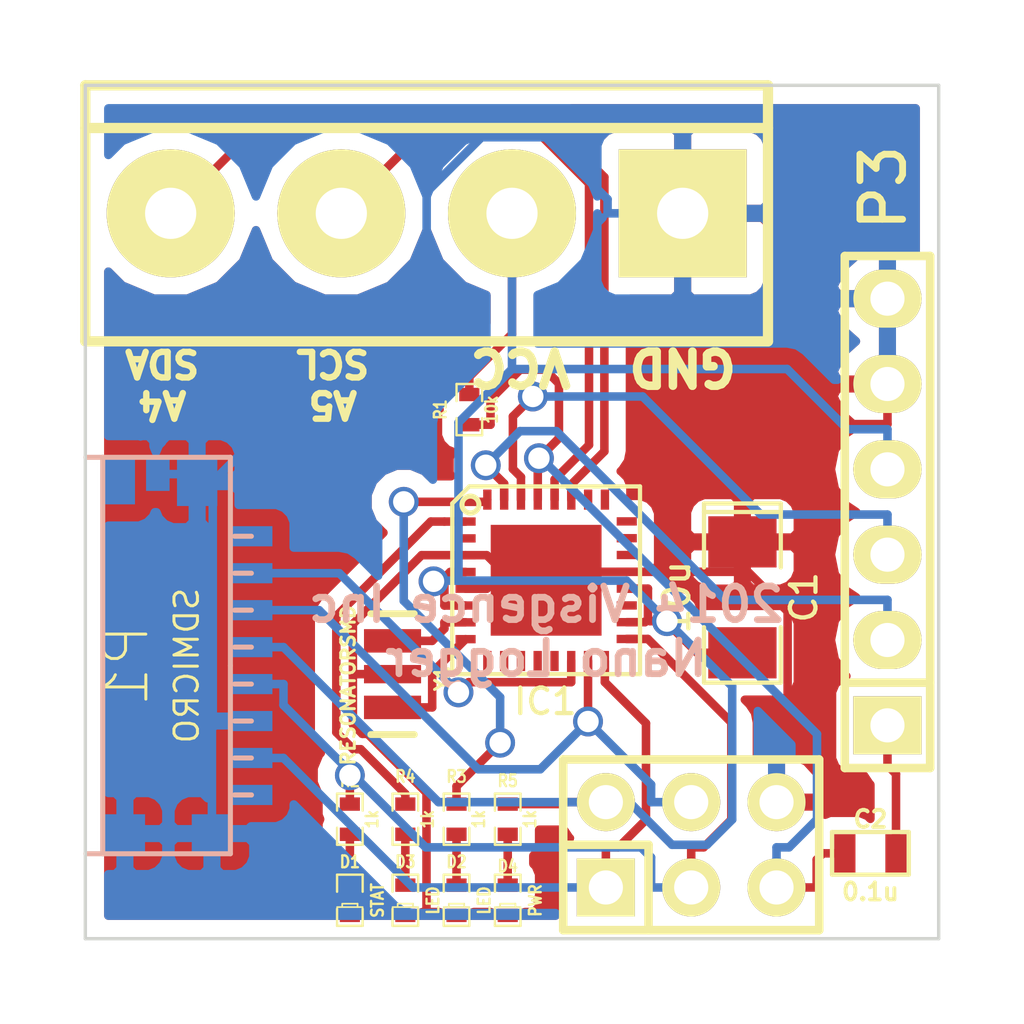
<source format=kicad_pcb>
(kicad_pcb (version 3) (host pcbnew "(2014-03-07 BZR 4737)-product")

  (general
    (links 52)
    (no_connects 0)
    (area 22.86 22.4028 53.340001 53.340001)
    (thickness 1.6)
    (drawings 9)
    (tracks 224)
    (zones 0)
    (modules 17)
    (nets 36)
  )

  (page A4)
  (layers
    (15 F.Cu signal)
    (0 B.Cu signal)
    (16 B.Adhes user)
    (17 F.Adhes user)
    (18 B.Paste user)
    (19 F.Paste user)
    (20 B.SilkS user)
    (21 F.SilkS user)
    (22 B.Mask user)
    (23 F.Mask user)
    (24 Dwgs.User user)
    (25 Cmts.User user)
    (26 Eco1.User user)
    (27 Eco2.User user)
    (28 Edge.Cuts user)
  )

  (setup
    (last_trace_width 0.254)
    (trace_clearance 0.2032)
    (zone_clearance 0.508)
    (zone_45_only no)
    (trace_min 0.1524)
    (segment_width 0.2)
    (edge_width 0.1)
    (via_size 0.889)
    (via_drill 0.635)
    (via_min_size 0.889)
    (via_min_drill 0.508)
    (uvia_size 0.508)
    (uvia_drill 0.127)
    (uvias_allowed no)
    (uvia_min_size 0.508)
    (uvia_min_drill 0.127)
    (pcb_text_width 0.3)
    (pcb_text_size 1.5 1.5)
    (mod_edge_width 0.1)
    (mod_text_size 1 1)
    (mod_text_width 0.15)
    (pad_size 3.29946 3.29946)
    (pad_drill 0)
    (pad_to_mask_clearance 0)
    (aux_axis_origin 0 0)
    (visible_elements 7FFFF77F)
    (pcbplotparams
      (layerselection 268959744)
      (usegerberextensions true)
      (excludeedgelayer false)
      (linewidth 0.150000)
      (plotframeref false)
      (viasonmask false)
      (mode 1)
      (useauxorigin false)
      (hpglpennumber 1)
      (hpglpenspeed 20)
      (hpglpendiameter 15)
      (hpglpenoverlay 2)
      (psnegative false)
      (psa4output false)
      (plotreference true)
      (plotvalue true)
      (plotothertext true)
      (plotinvisibletext false)
      (padsonsilk false)
      (subtractmaskfromsilk false)
      (outputformat 1)
      (mirror false)
      (drillshape 0)
      (scaleselection 1)
      (outputdirectory stencel))
  )

  (net 0 "")
  (net 1 ADC4)
  (net 2 ADC5)
  (net 3 CS)
  (net 4 D2)
  (net 5 D3)
  (net 6 DTR)
  (net 7 GND)
  (net 8 MISO)
  (net 9 MOSI)
  (net 10 "Net-(D1-Pad1)")
  (net 11 "Net-(D2-Pad1)")
  (net 12 "Net-(D3-Pad1)")
  (net 13 "Net-(D4-Pad1)")
  (net 14 "Net-(IC1-Pad10)")
  (net 15 "Net-(IC1-Pad11)")
  (net 16 "Net-(IC1-Pad12)")
  (net 17 "Net-(IC1-Pad13)")
  (net 18 "Net-(IC1-Pad19)")
  (net 19 "Net-(IC1-Pad2)")
  (net 20 "Net-(IC1-Pad22)")
  (net 21 "Net-(IC1-Pad23)")
  (net 22 "Net-(IC1-Pad24)")
  (net 23 "Net-(IC1-Pad25)")
  (net 24 "Net-(IC1-Pad26)")
  (net 25 "Net-(IC1-Pad7)")
  (net 26 "Net-(IC1-Pad8)")
  (net 27 "Net-(IC1-Pad9)")
  (net 28 "Net-(P1-Pad1)")
  (net 29 "Net-(P1-Pad13)")
  (net 30 "Net-(P1-Pad8)")
  (net 31 RESET)
  (net 32 RXD)
  (net 33 SCLK)
  (net 34 TXD)
  (net 35 VCC)

  (net_class Default "This is the default net class."
    (clearance 0.2032)
    (trace_width 0.254)
    (via_dia 0.889)
    (via_drill 0.635)
    (uvia_dia 0.508)
    (uvia_drill 0.127)
    (add_net "")
    (add_net ADC4)
    (add_net ADC5)
    (add_net CS)
    (add_net D2)
    (add_net D3)
    (add_net DTR)
    (add_net GND)
    (add_net MISO)
    (add_net MOSI)
    (add_net "Net-(D1-Pad1)")
    (add_net "Net-(D2-Pad1)")
    (add_net "Net-(D3-Pad1)")
    (add_net "Net-(D4-Pad1)")
    (add_net "Net-(IC1-Pad10)")
    (add_net "Net-(IC1-Pad11)")
    (add_net "Net-(IC1-Pad12)")
    (add_net "Net-(IC1-Pad13)")
    (add_net "Net-(IC1-Pad19)")
    (add_net "Net-(IC1-Pad2)")
    (add_net "Net-(IC1-Pad22)")
    (add_net "Net-(IC1-Pad23)")
    (add_net "Net-(IC1-Pad24)")
    (add_net "Net-(IC1-Pad25)")
    (add_net "Net-(IC1-Pad26)")
    (add_net "Net-(IC1-Pad7)")
    (add_net "Net-(IC1-Pad8)")
    (add_net "Net-(IC1-Pad9)")
    (add_net "Net-(P1-Pad1)")
    (add_net "Net-(P1-Pad13)")
    (add_net "Net-(P1-Pad8)")
    (add_net RESET)
    (add_net RXD)
    (add_net SCLK)
    (add_net TXD)
    (add_net VCC)
  )

  (module visgence_parts:SM1206POL_VIS (layer F.Cu) (tedit 52A1632F) (tstamp 535C95D8)
    (at 44.958 40.64 270)
    (path /535C9327)
    (attr smd)
    (fp_text reference C1 (at 0 -1.8288 270) (layer F.SilkS)
      (effects (font (size 0.762 0.762) (thickness 0.127)))
    )
    (fp_text value 10u (at 0 1.9558 270) (layer F.SilkS)
      (effects (font (size 0.762 0.762) (thickness 0.127)))
    )
    (fp_line (start -2.54 -1.143) (end -2.794 -1.143) (layer F.SilkS) (width 0.127))
    (fp_line (start -2.794 -1.143) (end -2.794 1.143) (layer F.SilkS) (width 0.127))
    (fp_line (start -2.794 1.143) (end -2.54 1.143) (layer F.SilkS) (width 0.127))
    (fp_line (start -2.54 -1.143) (end -2.54 1.143) (layer F.SilkS) (width 0.127))
    (fp_line (start -2.54 1.143) (end -0.889 1.143) (layer F.SilkS) (width 0.127))
    (fp_line (start 0.889 -1.143) (end 2.54 -1.143) (layer F.SilkS) (width 0.127))
    (fp_line (start 2.54 -1.143) (end 2.54 1.143) (layer F.SilkS) (width 0.127))
    (fp_line (start 2.54 1.143) (end 0.889 1.143) (layer F.SilkS) (width 0.127))
    (fp_line (start -0.889 -1.143) (end -2.54 -1.143) (layer F.SilkS) (width 0.127))
    (pad 1 smd rect (at -1.651 0 270) (size 1.524 2.032) (layers F.Cu F.Paste F.Mask)
      (net 7 GND))
    (pad 2 smd rect (at 1.651 0 270) (size 1.524 2.032) (layers F.Cu F.Paste F.Mask)
      (net 35 VCC))
    (model smd/chip_cms_pol.wrl
      (at (xyz 0 0 0))
      (scale (xyz 0.17 0.16 0.16))
      (rotate (xyz 0 0 0))
    )
  )

  (module visgence_parts:SM0603_VIS (layer F.Cu) (tedit 52A161E2) (tstamp 535C95E2)
    (at 48.768 48.26)
    (path /535C9422)
    (attr smd)
    (fp_text reference C2 (at 0 -1.016) (layer F.SilkS)
      (effects (font (size 0.508 0.508) (thickness 0.1143)))
    )
    (fp_text value 0.1u (at 0 1.143) (layer F.SilkS)
      (effects (font (size 0.508 0.508) (thickness 0.1143)))
    )
    (fp_line (start -1.143 -0.635) (end 1.143 -0.635) (layer F.SilkS) (width 0.127))
    (fp_line (start 1.143 -0.635) (end 1.143 0.635) (layer F.SilkS) (width 0.127))
    (fp_line (start 1.143 0.635) (end -1.143 0.635) (layer F.SilkS) (width 0.127))
    (fp_line (start -1.143 0.635) (end -1.143 -0.635) (layer F.SilkS) (width 0.127))
    (pad 1 smd rect (at -0.762 0) (size 0.635 1.143) (layers F.Cu F.Paste F.Mask)
      (net 31 RESET))
    (pad 2 smd rect (at 0.762 0) (size 0.635 1.143) (layers F.Cu F.Paste F.Mask)
      (net 6 DTR))
    (model smd\resistors\R0603.wrl
      (at (xyz 0 0 0.001))
      (scale (xyz 0.5 0.5 0.5))
      (rotate (xyz 0 0 0))
    )
  )

  (module Pin_Headers:Pin_Header_Straight_2x03 (layer F.Cu) (tedit 535C968E) (tstamp 535C95F4)
    (at 43.434 48.006)
    (descr "1 pin")
    (tags "CONN DEV")
    (path /535C915D)
    (fp_text reference CON1 (at 5.08 -6.985) (layer F.SilkS) hide
      (effects (font (size 1.27 1.27) (thickness 0.2032)))
    )
    (fp_text value AVR-ISP-6 (at 0 0) (layer F.SilkS) hide
      (effects (font (size 1.27 1.27) (thickness 0.2032)))
    )
    (fp_line (start -3.81 0) (end -1.27 0) (layer F.SilkS) (width 0.254))
    (fp_line (start -1.27 0) (end -1.27 2.54) (layer F.SilkS) (width 0.254))
    (fp_line (start -3.81 2.54) (end 3.81 2.54) (layer F.SilkS) (width 0.254))
    (fp_line (start 3.81 2.54) (end 3.81 -2.54) (layer F.SilkS) (width 0.254))
    (fp_line (start 3.81 -2.54) (end -1.27 -2.54) (layer F.SilkS) (width 0.254))
    (fp_line (start -3.81 2.54) (end -3.81 0) (layer F.SilkS) (width 0.254))
    (fp_line (start -3.81 -2.54) (end -3.81 0) (layer F.SilkS) (width 0.254))
    (fp_line (start -1.27 -2.54) (end -3.81 -2.54) (layer F.SilkS) (width 0.254))
    (pad 1 thru_hole rect (at -2.54 1.27) (size 1.7272 1.7272) (drill 1.016) (layers *.Cu *.Mask F.SilkS)
      (net 8 MISO))
    (pad 2 thru_hole oval (at -2.54 -1.27) (size 1.7272 1.7272) (drill 1.016) (layers *.Cu *.Mask F.SilkS)
      (net 35 VCC))
    (pad 3 thru_hole oval (at 0 1.27) (size 1.7272 1.7272) (drill 1.016) (layers *.Cu *.Mask F.SilkS)
      (net 33 SCLK))
    (pad 4 thru_hole oval (at 0 -1.27) (size 1.7272 1.7272) (drill 1.016) (layers *.Cu *.Mask F.SilkS)
      (net 9 MOSI))
    (pad 5 thru_hole oval (at 2.54 1.27) (size 1.7272 1.7272) (drill 1.016) (layers *.Cu *.Mask F.SilkS)
      (net 31 RESET))
    (pad 6 thru_hole oval (at 2.54 -1.27) (size 1.7272 1.7272) (drill 1.016) (layers *.Cu *.Mask F.SilkS)
      (net 7 GND))
    (model Pin_Headers/Pin_Header_Straight_2x03.wrl
      (at (xyz 0 0 0))
      (scale (xyz 1 1 1))
      (rotate (xyz 0 0 0))
    )
  )

  (module visgence_parts:VIS_LED_0402 (layer F.Cu) (tedit 536EEF35) (tstamp 535C9604)
    (at 33.274 49.657 270)
    (path /535C9928)
    (attr smd)
    (fp_text reference D1 (at -1.143 0 360) (layer F.SilkS)
      (effects (font (size 0.35052 0.3048) (thickness 0.07112)))
    )
    (fp_text value STAT (at 0.00508 -0.82296 270) (layer F.SilkS)
      (effects (font (size 0.35052 0.3048) (thickness 0.07112)))
    )
    (fp_line (start 0.1016 0.2032) (end 0.1016 -0.2286) (layer F.SilkS) (width 0.0508))
    (fp_line (start 0.1016 -0.2286) (end 0.2032 -0.2286) (layer F.SilkS) (width 0.0508))
    (fp_line (start 0.1016 0.2286) (end 0.1778 0.2286) (layer F.SilkS) (width 0.0508))
    (fp_line (start 0.2032 -0.381) (end 0.2032 0.381) (layer F.SilkS) (width 0.0508))
    (fp_line (start -0.254 -0.381) (end -0.762 -0.381) (layer F.SilkS) (width 0.07112))
    (fp_line (start -0.762 -0.381) (end -0.762 0.381) (layer F.SilkS) (width 0.07112))
    (fp_line (start -0.762 0.381) (end -0.254 0.381) (layer F.SilkS) (width 0.07112))
    (fp_line (start 0.254 -0.381) (end 0.762 -0.381) (layer F.SilkS) (width 0.07112))
    (fp_line (start 0.762 -0.381) (end 0.762 0.381) (layer F.SilkS) (width 0.07112))
    (fp_line (start 0.762 0.381) (end 0.254 0.381) (layer F.SilkS) (width 0.07112))
    (pad 1 smd rect (at -0.44958 0 270) (size 0.39878 0.59944) (layers F.Cu F.Paste F.Mask)
      (net 10 "Net-(D1-Pad1)"))
    (pad 2 smd rect (at 0.44958 0 270) (size 0.39878 0.59944) (layers F.Cu F.Paste F.Mask)
      (net 7 GND))
    (model smd\chip_cms.wrl
      (at (xyz 0 0 0.002))
      (scale (xyz 0.05 0.05 0.05))
      (rotate (xyz 0 0 0))
    )
  )

  (module visgence_parts:VIS_LED_0402 (layer F.Cu) (tedit 536EEF2C) (tstamp 535C9614)
    (at 36.449 49.657 270)
    (path /535C9A3C)
    (attr smd)
    (fp_text reference D2 (at -1.143 0 360) (layer F.SilkS)
      (effects (font (size 0.35052 0.3048) (thickness 0.07112)))
    )
    (fp_text value LED (at 0.00508 -0.82296 270) (layer F.SilkS)
      (effects (font (size 0.35052 0.3048) (thickness 0.07112)))
    )
    (fp_line (start 0.1016 0.2032) (end 0.1016 -0.2286) (layer F.SilkS) (width 0.0508))
    (fp_line (start 0.1016 -0.2286) (end 0.2032 -0.2286) (layer F.SilkS) (width 0.0508))
    (fp_line (start 0.1016 0.2286) (end 0.1778 0.2286) (layer F.SilkS) (width 0.0508))
    (fp_line (start 0.2032 -0.381) (end 0.2032 0.381) (layer F.SilkS) (width 0.0508))
    (fp_line (start -0.254 -0.381) (end -0.762 -0.381) (layer F.SilkS) (width 0.07112))
    (fp_line (start -0.762 -0.381) (end -0.762 0.381) (layer F.SilkS) (width 0.07112))
    (fp_line (start -0.762 0.381) (end -0.254 0.381) (layer F.SilkS) (width 0.07112))
    (fp_line (start 0.254 -0.381) (end 0.762 -0.381) (layer F.SilkS) (width 0.07112))
    (fp_line (start 0.762 -0.381) (end 0.762 0.381) (layer F.SilkS) (width 0.07112))
    (fp_line (start 0.762 0.381) (end 0.254 0.381) (layer F.SilkS) (width 0.07112))
    (pad 1 smd rect (at -0.44958 0 270) (size 0.39878 0.59944) (layers F.Cu F.Paste F.Mask)
      (net 11 "Net-(D2-Pad1)"))
    (pad 2 smd rect (at 0.44958 0 270) (size 0.39878 0.59944) (layers F.Cu F.Paste F.Mask)
      (net 7 GND))
    (model smd\chip_cms.wrl
      (at (xyz 0 0 0.002))
      (scale (xyz 0.05 0.05 0.05))
      (rotate (xyz 0 0 0))
    )
  )

  (module visgence_parts:VIS_LED_0402 (layer F.Cu) (tedit 536EEF31) (tstamp 535C9624)
    (at 34.925 49.657 270)
    (path /535C9AF9)
    (attr smd)
    (fp_text reference D3 (at -1.143 0 360) (layer F.SilkS)
      (effects (font (size 0.35052 0.3048) (thickness 0.07112)))
    )
    (fp_text value LED (at 0.00508 -0.82296 270) (layer F.SilkS)
      (effects (font (size 0.35052 0.3048) (thickness 0.07112)))
    )
    (fp_line (start 0.1016 0.2032) (end 0.1016 -0.2286) (layer F.SilkS) (width 0.0508))
    (fp_line (start 0.1016 -0.2286) (end 0.2032 -0.2286) (layer F.SilkS) (width 0.0508))
    (fp_line (start 0.1016 0.2286) (end 0.1778 0.2286) (layer F.SilkS) (width 0.0508))
    (fp_line (start 0.2032 -0.381) (end 0.2032 0.381) (layer F.SilkS) (width 0.0508))
    (fp_line (start -0.254 -0.381) (end -0.762 -0.381) (layer F.SilkS) (width 0.07112))
    (fp_line (start -0.762 -0.381) (end -0.762 0.381) (layer F.SilkS) (width 0.07112))
    (fp_line (start -0.762 0.381) (end -0.254 0.381) (layer F.SilkS) (width 0.07112))
    (fp_line (start 0.254 -0.381) (end 0.762 -0.381) (layer F.SilkS) (width 0.07112))
    (fp_line (start 0.762 -0.381) (end 0.762 0.381) (layer F.SilkS) (width 0.07112))
    (fp_line (start 0.762 0.381) (end 0.254 0.381) (layer F.SilkS) (width 0.07112))
    (pad 1 smd rect (at -0.44958 0 270) (size 0.39878 0.59944) (layers F.Cu F.Paste F.Mask)
      (net 12 "Net-(D3-Pad1)"))
    (pad 2 smd rect (at 0.44958 0 270) (size 0.39878 0.59944) (layers F.Cu F.Paste F.Mask)
      (net 7 GND))
    (model smd\chip_cms.wrl
      (at (xyz 0 0 0.002))
      (scale (xyz 0.05 0.05 0.05))
      (rotate (xyz 0 0 0))
    )
  )

  (module visgence_parts:VIS_LED_0402 (layer F.Cu) (tedit 536EEF29) (tstamp 535C9634)
    (at 37.973 49.657 270)
    (path /535C9A49)
    (attr smd)
    (fp_text reference D4 (at -1.016 0 360) (layer F.SilkS)
      (effects (font (size 0.35052 0.3048) (thickness 0.07112)))
    )
    (fp_text value PWR (at 0.00508 -0.82296 270) (layer F.SilkS)
      (effects (font (size 0.35052 0.3048) (thickness 0.07112)))
    )
    (fp_line (start 0.1016 0.2032) (end 0.1016 -0.2286) (layer F.SilkS) (width 0.0508))
    (fp_line (start 0.1016 -0.2286) (end 0.2032 -0.2286) (layer F.SilkS) (width 0.0508))
    (fp_line (start 0.1016 0.2286) (end 0.1778 0.2286) (layer F.SilkS) (width 0.0508))
    (fp_line (start 0.2032 -0.381) (end 0.2032 0.381) (layer F.SilkS) (width 0.0508))
    (fp_line (start -0.254 -0.381) (end -0.762 -0.381) (layer F.SilkS) (width 0.07112))
    (fp_line (start -0.762 -0.381) (end -0.762 0.381) (layer F.SilkS) (width 0.07112))
    (fp_line (start -0.762 0.381) (end -0.254 0.381) (layer F.SilkS) (width 0.07112))
    (fp_line (start 0.254 -0.381) (end 0.762 -0.381) (layer F.SilkS) (width 0.07112))
    (fp_line (start 0.762 -0.381) (end 0.762 0.381) (layer F.SilkS) (width 0.07112))
    (fp_line (start 0.762 0.381) (end 0.254 0.381) (layer F.SilkS) (width 0.07112))
    (pad 1 smd rect (at -0.44958 0 270) (size 0.39878 0.59944) (layers F.Cu F.Paste F.Mask)
      (net 13 "Net-(D4-Pad1)"))
    (pad 2 smd rect (at 0.44958 0 270) (size 0.39878 0.59944) (layers F.Cu F.Paste F.Mask)
      (net 7 GND))
    (model smd\chip_cms.wrl
      (at (xyz 0 0 0.002))
      (scale (xyz 0.05 0.05 0.05))
      (rotate (xyz 0 0 0))
    )
  )

  (module visgence_parts:microsd-molex-47571 (layer B.Cu) (tedit 535C8813) (tstamp 535C968E)
    (at 29.718 42.672 90)
    (descr http://www.molex.com/elqNow/elqRedir.htm?ref=http://www.molex.com/pdm_docs/ps/PS-47309-001.pdf)
    (path /535C8854)
    (attr smd)
    (fp_text reference P1 (at 0 -3.1 90) (layer F.SilkS)
      (effects (font (size 1.27 1.27) (thickness 0.0889)) (justify mirror))
    )
    (fp_text value SDMICRO (at 0 -1.3 90) (layer F.SilkS)
      (effects (font (size 0.7 0.7) (thickness 0.0889)) (justify mirror))
    )
    (fp_line (start 6.2 -3.8) (end 6.2 -4.3) (layer B.SilkS) (width 0.15))
    (fp_line (start -5.6 -3.8) (end -5.6 -4.3) (layer B.SilkS) (width 0.15))
    (fp_line (start 6.2 -3.8) (end -5.6 -3.8) (layer B.SilkS) (width 0.15))
    (fp_line (start 6.2 0) (end 6.2 -3.8) (layer B.SilkS) (width 0.15))
    (fp_line (start -5.6 0) (end -5.6 -3.8) (layer B.SilkS) (width 0.15))
    (fp_line (start 0 0) (end 6.2 0) (layer B.SilkS) (width 0.15))
    (fp_line (start 0 0) (end -5.6 0) (layer B.SilkS) (width 0.15))
    (fp_line (start 3.85 0.125) (end 3.85 0.625) (layer B.SilkS) (width 0.15))
    (fp_line (start 2.75 0.125) (end 2.75 0.625) (layer B.SilkS) (width 0.15))
    (fp_line (start 1.65 0.125) (end 1.65 0.625) (layer B.SilkS) (width 0.15))
    (fp_line (start 0.55 0.125) (end 0.55 0.625) (layer B.SilkS) (width 0.15))
    (fp_line (start -0.55 0.125) (end -0.55 0.625) (layer B.SilkS) (width 0.15))
    (fp_line (start -1.65 0.125) (end -1.65 0.625) (layer B.SilkS) (width 0.15))
    (fp_line (start -2.75 0.125) (end -2.75 0.625) (layer B.SilkS) (width 0.15))
    (fp_line (start -3.85 0.125) (end -3.85 0.625) (layer B.SilkS) (width 0.15))
    (fp_line (start -3.85 0.125) (end -3.85 0.625) (layer B.SilkS) (width 0.15))
    (pad 1 smd rect (at 3.85 0.625 180) (size 1.25 0.6) (layers B.Cu B.Paste B.Mask)
      (net 28 "Net-(P1-Pad1)"))
    (pad 2 smd rect (at 2.75 0.625 180) (size 1.25 0.6) (layers B.Cu B.Paste B.Mask)
      (net 3 CS))
    (pad 3 smd rect (at 1.65 0.625 180) (size 1.25 0.6) (layers B.Cu B.Paste B.Mask)
      (net 9 MOSI))
    (pad 4 smd rect (at 0.55 0.625 180) (size 1.25 0.6) (layers B.Cu B.Paste B.Mask)
      (net 35 VCC))
    (pad 5 smd rect (at -0.55 0.625 180) (size 1.25 0.6) (layers B.Cu B.Paste B.Mask)
      (net 33 SCLK))
    (pad 6 smd rect (at -1.65 0.625 180) (size 1.25 0.6) (layers B.Cu B.Paste B.Mask)
      (net 7 GND))
    (pad 7 smd rect (at -2.75 0.625 180) (size 1.25 0.6) (layers B.Cu B.Paste B.Mask)
      (net 8 MISO))
    (pad 8 smd rect (at -3.85 0.625 180) (size 1.25 0.6) (layers B.Cu B.Paste B.Mask)
      (net 30 "Net-(P1-Pad8)"))
    (pad 12 smd rect (at 5.7 -2.16 180) (size 0.7 1) (layers B.Cu B.Paste B.Mask)
      (net 7 GND))
    (pad 11 smd rect (at 5.475 -0.99 90) (size 1.45 1.2) (layers B.Cu B.Paste B.Mask)
      (net 7 GND))
    (pad 9 smd rect (at -5 -0.55 90) (size 1.15 1.2) (layers B.Cu B.Paste B.Mask)
      (net 7 GND))
    (pad 13 smd rect (at 5.5 -3.29 180) (size 0.9 1.4) (layers B.Cu B.Paste B.Mask)
      (net 29 "Net-(P1-Pad13)"))
    (pad 10 smd rect (at -5 -3.14 90) (size 1.15 1.2) (layers B.Cu B.Paste B.Mask)
      (net 7 GND))
  )

  (module Connect:bornier4 (layer F.Cu) (tedit 535C98B2) (tstamp 535C969B)
    (at 35.56 29.21 180)
    (descr "Bornier d'alimentation 4 pins")
    (tags DEV)
    (path /535C9CF8)
    (fp_text reference P2 (at 0 -6.35 180) (layer F.SilkS) hide
      (effects (font (size 2.6162 1.59766) (thickness 0.3048)))
    )
    (fp_text value P1 (at 0 5.08 180) (layer F.SilkS) hide
      (effects (font (thickness 0.3048)))
    )
    (fp_line (start -10.16 -3.81) (end -10.16 3.81) (layer F.SilkS) (width 0.3048))
    (fp_line (start 10.16 3.81) (end 10.16 -3.81) (layer F.SilkS) (width 0.3048))
    (fp_line (start 10.16 2.54) (end -10.16 2.54) (layer F.SilkS) (width 0.3048))
    (fp_line (start -10.16 -3.81) (end 10.16 -3.81) (layer F.SilkS) (width 0.3048))
    (fp_line (start -10.16 3.81) (end 10.16 3.81) (layer F.SilkS) (width 0.3048))
    (pad 2 thru_hole circle (at -2.54 0 180) (size 3.81 3.81) (drill 1.524) (layers *.Cu *.Mask F.SilkS)
      (net 35 VCC))
    (pad 3 thru_hole circle (at 2.54 0 180) (size 3.81 3.81) (drill 1.524) (layers *.Cu *.Mask F.SilkS)
      (net 2 ADC5))
    (pad 1 thru_hole rect (at -7.62 0 180) (size 3.81 3.81) (drill 1.524) (layers *.Cu *.Mask F.SilkS)
      (net 7 GND))
    (pad 4 thru_hole circle (at 7.62 0 180) (size 3.81 3.81) (drill 1.524) (layers *.Cu *.Mask F.SilkS)
      (net 1 ADC4))
    (model Device/bornier_4.wrl
      (at (xyz 0 0 0))
      (scale (xyz 1 1 1))
      (rotate (xyz 0 0 0))
    )
  )

  (module Pin_Headers:Pin_Header_Straight_1x06 (layer F.Cu) (tedit 5369BAA8) (tstamp 535C96AC)
    (at 49.276 38.1 90)
    (descr "1 pin")
    (tags "CONN DEV")
    (path /535C8B1A)
    (fp_text reference P3 (at 9.652 -0.127 90) (layer F.SilkS)
      (effects (font (size 1.27 1.27) (thickness 0.2032)))
    )
    (fp_text value FTDI (at 0 0 90) (layer F.SilkS) hide
      (effects (font (size 1.27 1.27) (thickness 0.2032)))
    )
    (fp_line (start -5.08 -1.27) (end 7.62 -1.27) (layer F.SilkS) (width 0.254))
    (fp_line (start 7.62 -1.27) (end 7.62 1.27) (layer F.SilkS) (width 0.254))
    (fp_line (start 7.62 1.27) (end -5.08 1.27) (layer F.SilkS) (width 0.254))
    (fp_line (start -7.62 -1.27) (end -5.08 -1.27) (layer F.SilkS) (width 0.254))
    (fp_line (start -5.08 -1.27) (end -5.08 1.27) (layer F.SilkS) (width 0.254))
    (fp_line (start -7.62 -1.27) (end -7.62 1.27) (layer F.SilkS) (width 0.254))
    (fp_line (start -7.62 1.27) (end -5.08 1.27) (layer F.SilkS) (width 0.254))
    (pad 1 thru_hole rect (at -6.35 0 90) (size 1.7272 2.032) (drill 1.016) (layers *.Cu *.Mask F.SilkS)
      (net 6 DTR))
    (pad 2 thru_hole oval (at -3.81 0 90) (size 1.7272 2.032) (drill 1.016) (layers *.Cu *.Mask F.SilkS)
      (net 34 TXD))
    (pad 3 thru_hole oval (at -1.27 0 90) (size 1.7272 2.032) (drill 1.016) (layers *.Cu *.Mask F.SilkS)
      (net 32 RXD))
    (pad 4 thru_hole oval (at 1.27 0 90) (size 1.7272 2.032) (drill 1.016) (layers *.Cu *.Mask F.SilkS)
      (net 35 VCC))
    (pad 5 thru_hole oval (at 3.81 0 90) (size 1.7272 2.032) (drill 1.016) (layers *.Cu *.Mask F.SilkS)
      (net 7 GND))
    (pad 6 thru_hole oval (at 6.35 0 90) (size 1.7272 2.032) (drill 1.016) (layers *.Cu *.Mask F.SilkS)
      (net 7 GND))
    (model Pin_Headers/Pin_Header_Straight_1x06.wrl
      (at (xyz 0 0 0))
      (scale (xyz 1 1 1))
      (rotate (xyz 0 0 0))
    )
  )

  (module visgence_parts:VIS_SM0402 (layer F.Cu) (tedit 535C92BE) (tstamp 535C96B8)
    (at 36.83 35.052 270)
    (path /535C94BD)
    (attr smd)
    (fp_text reference R1 (at 0 0.8636 270) (layer F.SilkS)
      (effects (font (size 0.35052 0.3048) (thickness 0.07112)))
    )
    (fp_text value 10k (at 0 -0.6604 270) (layer F.SilkS)
      (effects (font (size 0.35052 0.3048) (thickness 0.07112)))
    )
    (fp_line (start -0.254 -0.381) (end -0.762 -0.381) (layer F.SilkS) (width 0.07112))
    (fp_line (start -0.762 -0.381) (end -0.762 0.381) (layer F.SilkS) (width 0.07112))
    (fp_line (start -0.762 0.381) (end -0.254 0.381) (layer F.SilkS) (width 0.07112))
    (fp_line (start 0.254 -0.381) (end 0.762 -0.381) (layer F.SilkS) (width 0.07112))
    (fp_line (start 0.762 -0.381) (end 0.762 0.381) (layer F.SilkS) (width 0.07112))
    (fp_line (start 0.762 0.381) (end 0.254 0.381) (layer F.SilkS) (width 0.07112))
    (pad 1 smd rect (at -0.44958 0 270) (size 0.39878 0.59944) (layers F.Cu F.Paste F.Mask)
      (net 35 VCC))
    (pad 2 smd rect (at 0.44958 0 270) (size 0.39878 0.59944) (layers F.Cu F.Paste F.Mask)
      (net 31 RESET))
    (model smd\chip_cms.wrl
      (at (xyz 0 0 0.002))
      (scale (xyz 0.05 0.05 0.05))
      (rotate (xyz 0 0 0))
    )
  )

  (module visgence_parts:VIS_SM0402 (layer F.Cu) (tedit 536EEF23) (tstamp 535C96C4)
    (at 33.274 47.244 270)
    (path /535C993C)
    (attr smd)
    (fp_text reference R2 (at -1.143 0 360) (layer F.SilkS)
      (effects (font (size 0.35052 0.3048) (thickness 0.07112)))
    )
    (fp_text value 1k (at 0 -0.6604 270) (layer F.SilkS)
      (effects (font (size 0.35052 0.3048) (thickness 0.07112)))
    )
    (fp_line (start -0.254 -0.381) (end -0.762 -0.381) (layer F.SilkS) (width 0.07112))
    (fp_line (start -0.762 -0.381) (end -0.762 0.381) (layer F.SilkS) (width 0.07112))
    (fp_line (start -0.762 0.381) (end -0.254 0.381) (layer F.SilkS) (width 0.07112))
    (fp_line (start 0.254 -0.381) (end 0.762 -0.381) (layer F.SilkS) (width 0.07112))
    (fp_line (start 0.762 -0.381) (end 0.762 0.381) (layer F.SilkS) (width 0.07112))
    (fp_line (start 0.762 0.381) (end 0.254 0.381) (layer F.SilkS) (width 0.07112))
    (pad 1 smd rect (at -0.44958 0 270) (size 0.39878 0.59944) (layers F.Cu F.Paste F.Mask)
      (net 33 SCLK))
    (pad 2 smd rect (at 0.44958 0 270) (size 0.39878 0.59944) (layers F.Cu F.Paste F.Mask)
      (net 10 "Net-(D1-Pad1)"))
    (model smd\chip_cms.wrl
      (at (xyz 0 0 0.002))
      (scale (xyz 0.05 0.05 0.05))
      (rotate (xyz 0 0 0))
    )
  )

  (module visgence_parts:VIS_SM0402 (layer F.Cu) (tedit 536EEF10) (tstamp 535C96D0)
    (at 36.449 47.244 270)
    (path /535C9A42)
    (attr smd)
    (fp_text reference R3 (at -1.27 0 360) (layer F.SilkS)
      (effects (font (size 0.35052 0.3048) (thickness 0.07112)))
    )
    (fp_text value 1k (at 0 -0.6604 270) (layer F.SilkS)
      (effects (font (size 0.35052 0.3048) (thickness 0.07112)))
    )
    (fp_line (start -0.254 -0.381) (end -0.762 -0.381) (layer F.SilkS) (width 0.07112))
    (fp_line (start -0.762 -0.381) (end -0.762 0.381) (layer F.SilkS) (width 0.07112))
    (fp_line (start -0.762 0.381) (end -0.254 0.381) (layer F.SilkS) (width 0.07112))
    (fp_line (start 0.254 -0.381) (end 0.762 -0.381) (layer F.SilkS) (width 0.07112))
    (fp_line (start 0.762 -0.381) (end 0.762 0.381) (layer F.SilkS) (width 0.07112))
    (fp_line (start 0.762 0.381) (end 0.254 0.381) (layer F.SilkS) (width 0.07112))
    (pad 1 smd rect (at -0.44958 0 270) (size 0.39878 0.59944) (layers F.Cu F.Paste F.Mask)
      (net 4 D2))
    (pad 2 smd rect (at 0.44958 0 270) (size 0.39878 0.59944) (layers F.Cu F.Paste F.Mask)
      (net 11 "Net-(D2-Pad1)"))
    (model smd\chip_cms.wrl
      (at (xyz 0 0 0.002))
      (scale (xyz 0.05 0.05 0.05))
      (rotate (xyz 0 0 0))
    )
  )

  (module visgence_parts:VIS_SM0402 (layer F.Cu) (tedit 536EEF20) (tstamp 535C96DC)
    (at 34.925 47.244 270)
    (path /535C9AFF)
    (attr smd)
    (fp_text reference R4 (at -1.27 0 360) (layer F.SilkS)
      (effects (font (size 0.35052 0.3048) (thickness 0.07112)))
    )
    (fp_text value 1k (at 0 -0.6604 270) (layer F.SilkS)
      (effects (font (size 0.35052 0.3048) (thickness 0.07112)))
    )
    (fp_line (start -0.254 -0.381) (end -0.762 -0.381) (layer F.SilkS) (width 0.07112))
    (fp_line (start -0.762 -0.381) (end -0.762 0.381) (layer F.SilkS) (width 0.07112))
    (fp_line (start -0.762 0.381) (end -0.254 0.381) (layer F.SilkS) (width 0.07112))
    (fp_line (start 0.254 -0.381) (end 0.762 -0.381) (layer F.SilkS) (width 0.07112))
    (fp_line (start 0.762 -0.381) (end 0.762 0.381) (layer F.SilkS) (width 0.07112))
    (fp_line (start 0.762 0.381) (end 0.254 0.381) (layer F.SilkS) (width 0.07112))
    (pad 1 smd rect (at -0.44958 0 270) (size 0.39878 0.59944) (layers F.Cu F.Paste F.Mask)
      (net 5 D3))
    (pad 2 smd rect (at 0.44958 0 270) (size 0.39878 0.59944) (layers F.Cu F.Paste F.Mask)
      (net 12 "Net-(D3-Pad1)"))
    (model smd\chip_cms.wrl
      (at (xyz 0 0 0.002))
      (scale (xyz 0.05 0.05 0.05))
      (rotate (xyz 0 0 0))
    )
  )

  (module visgence_parts:VIS_SM0402 (layer F.Cu) (tedit 536EEF0D) (tstamp 535C96E8)
    (at 37.973 47.244 270)
    (path /535C9A4F)
    (attr smd)
    (fp_text reference R5 (at -1.143 0 360) (layer F.SilkS)
      (effects (font (size 0.35052 0.3048) (thickness 0.07112)))
    )
    (fp_text value 1k (at 0 -0.6604 270) (layer F.SilkS)
      (effects (font (size 0.35052 0.3048) (thickness 0.07112)))
    )
    (fp_line (start -0.254 -0.381) (end -0.762 -0.381) (layer F.SilkS) (width 0.07112))
    (fp_line (start -0.762 -0.381) (end -0.762 0.381) (layer F.SilkS) (width 0.07112))
    (fp_line (start -0.762 0.381) (end -0.254 0.381) (layer F.SilkS) (width 0.07112))
    (fp_line (start 0.254 -0.381) (end 0.762 -0.381) (layer F.SilkS) (width 0.07112))
    (fp_line (start 0.762 -0.381) (end 0.762 0.381) (layer F.SilkS) (width 0.07112))
    (fp_line (start 0.762 0.381) (end 0.254 0.381) (layer F.SilkS) (width 0.07112))
    (pad 1 smd rect (at -0.44958 0 270) (size 0.39878 0.59944) (layers F.Cu F.Paste F.Mask)
      (net 35 VCC))
    (pad 2 smd rect (at 0.44958 0 270) (size 0.39878 0.59944) (layers F.Cu F.Paste F.Mask)
      (net 13 "Net-(D4-Pad1)"))
    (model smd\chip_cms.wrl
      (at (xyz 0 0 0.002))
      (scale (xyz 0.05 0.05 0.05))
      (rotate (xyz 0 0 0))
    )
  )

  (module visgence_parts:RESONATOR-SMD (layer F.Cu) (tedit 516E1C32) (tstamp 535C96F1)
    (at 34.544 42.926 270)
    (path /535C9808)
    (attr smd)
    (fp_text reference Y1 (at 0.127 -1.4732 270) (layer F.SilkS)
      (effects (font (size 0.4064 0.4064) (thickness 0.0889)))
    )
    (fp_text value RESONATORSMD (at 0.3302 1.3208 270) (layer F.SilkS)
      (effects (font (size 0.4064 0.4064) (thickness 0.0889)))
    )
    (fp_line (start 1.79832 -0.6477) (end 1.79832 0.6477) (layer F.SilkS) (width 0.2032))
    (fp_line (start -1.79832 0.6477) (end -1.79832 -0.6477) (layer F.SilkS) (width 0.2032))
    (pad 1 smd rect (at -0.9906 0 270) (size 0.6985 1.69926) (layers F.Cu F.Paste F.Mask)
      (net 25 "Net-(IC1-Pad7)"))
    (pad 2 smd rect (at 0 0 270) (size 0.5461 1.69926) (layers F.Cu F.Paste F.Mask)
      (net 7 GND))
    (pad 3 smd rect (at 0.9906 0 270) (size 0.6985 1.69926) (layers F.Cu F.Paste F.Mask)
      (net 26 "Net-(IC1-Pad8)"))
  )

  (module SMD_Packages:QFN32-5x5 (layer F.Cu) (tedit 536EF447) (tstamp 5369CAEA)
    (at 39.116 40.132)
    (descr QFN32-5x5)
    (path /535C84DB)
    (attr smd)
    (fp_text reference IC1 (at -0.0254 3.6068) (layer F.SilkS)
      (effects (font (size 0.762 0.762) (thickness 0.127)))
    )
    (fp_text value ATMEGA328P-M (at 3.937 -2.667) (layer F.SilkS) hide
      (effects (font (size 0.762 0.635) (thickness 0.1524)))
    )
    (fp_line (start 2.794 2.794) (end -2.794 2.794) (layer F.SilkS) (width 0.127))
    (fp_line (start -2.794 2.794) (end -2.794 2.667) (layer F.SilkS) (width 0.127))
    (fp_line (start -2.286 -2.794) (end 2.794 -2.794) (layer F.SilkS) (width 0.127))
    (fp_line (start 2.794 -2.794) (end 2.794 2.794) (layer F.SilkS) (width 0.127))
    (fp_line (start -2.794 2.667) (end -2.794 -2.286) (layer F.SilkS) (width 0.127))
    (fp_line (start -2.794 -2.286) (end -2.286 -2.794) (layer F.SilkS) (width 0.127))
    (fp_circle (center -2.25298 -2.25298) (end -2.25298 -2.50444) (layer F.SilkS) (width 0.1524))
    (pad 1 smd rect (at -2.39776 -1.74752) (size 0.59944 0.24892) (layers F.Cu F.Paste F.Mask)
      (net 5 D3))
    (pad 2 smd rect (at -2.39776 -1.24714) (size 0.59944 0.24892) (layers F.Cu F.Paste F.Mask)
      (net 19 "Net-(IC1-Pad2)"))
    (pad 3 smd rect (at -2.39776 -0.74676) (size 0.59944 0.24892) (layers F.Cu F.Paste F.Mask)
      (net 7 GND))
    (pad 4 smd rect (at -2.39776 -0.24638) (size 0.59944 0.24892) (layers F.Cu F.Paste F.Mask)
      (net 35 VCC))
    (pad 5 smd rect (at -2.39776 0.25146) (size 0.59944 0.24892) (layers F.Cu F.Paste F.Mask)
      (net 7 GND))
    (pad 6 smd rect (at -2.39776 0.75184) (size 0.59944 0.24892) (layers F.Cu F.Paste F.Mask)
      (net 35 VCC))
    (pad 7 smd rect (at -2.39776 1.25222) (size 0.59944 0.24892) (layers F.Cu F.Paste F.Mask)
      (net 25 "Net-(IC1-Pad7)"))
    (pad 8 smd rect (at -2.39776 1.7526) (size 0.59944 0.24892) (layers F.Cu F.Paste F.Mask)
      (net 26 "Net-(IC1-Pad8)"))
    (pad 13 smd rect (at 0.24892 2.40284) (size 0.24892 0.59944) (layers F.Cu F.Paste F.Mask)
      (net 17 "Net-(IC1-Pad13)"))
    (pad 14 smd rect (at 0.74676 2.40284) (size 0.24892 0.59944) (layers F.Cu F.Paste F.Mask)
      (net 3 CS))
    (pad 15 smd rect (at 1.24714 2.40284) (size 0.24892 0.59944) (layers F.Cu F.Paste F.Mask)
      (net 9 MOSI))
    (pad 16 smd rect (at 1.74752 2.40284) (size 0.24892 0.59944) (layers F.Cu F.Paste F.Mask)
      (net 8 MISO))
    (pad 3 smd rect (at 0 0) (size 3.29946 3.29946) (layers F.Cu F.Paste F.Mask)
      (net 7 GND))
    (pad 9 smd rect (at -1.75006 2.40284) (size 0.24892 0.59944) (layers F.Cu F.Paste F.Mask)
      (net 27 "Net-(IC1-Pad9)"))
    (pad 10 smd rect (at -1.24968 2.40284) (size 0.24892 0.59944) (layers F.Cu F.Paste F.Mask)
      (net 14 "Net-(IC1-Pad10)"))
    (pad 11 smd rect (at -0.7493 2.40284) (size 0.24892 0.59944) (layers F.Cu F.Paste F.Mask)
      (net 15 "Net-(IC1-Pad11)"))
    (pad 12 smd rect (at -0.25146 2.40284) (size 0.24892 0.59944) (layers F.Cu F.Paste F.Mask)
      (net 16 "Net-(IC1-Pad12)"))
    (pad 17 smd rect (at 2.39776 1.74752) (size 0.59944 0.24892) (layers F.Cu F.Paste F.Mask)
      (net 33 SCLK))
    (pad 18 smd rect (at 2.4003 1.24714) (size 0.59944 0.24892) (layers F.Cu F.Paste F.Mask)
      (net 35 VCC))
    (pad 19 smd rect (at 2.4003 0.7493) (size 0.59944 0.24892) (layers F.Cu F.Paste F.Mask)
      (net 18 "Net-(IC1-Pad19)"))
    (pad 20 smd rect (at 2.4003 0.24892) (size 0.59944 0.24892) (layers F.Cu F.Paste F.Mask)
      (net 35 VCC))
    (pad 21 smd rect (at 2.4003 -0.25146) (size 0.59944 0.24892) (layers F.Cu F.Paste F.Mask)
      (net 7 GND))
    (pad 22 smd rect (at 2.4003 -0.75184) (size 0.59944 0.24892) (layers F.Cu F.Paste F.Mask)
      (net 20 "Net-(IC1-Pad22)"))
    (pad 23 smd rect (at 2.4003 -1.25222) (size 0.59944 0.24892) (layers F.Cu F.Paste F.Mask)
      (net 21 "Net-(IC1-Pad23)"))
    (pad 24 smd rect (at 2.4003 -1.7526) (size 0.59944 0.24892) (layers F.Cu F.Paste F.Mask)
      (net 22 "Net-(IC1-Pad24)"))
    (pad 25 smd rect (at 1.75006 -2.4003) (size 0.24892 0.59944) (layers F.Cu F.Paste F.Mask)
      (net 23 "Net-(IC1-Pad25)"))
    (pad 26 smd rect (at 1.24968 -2.4003) (size 0.24892 0.59944) (layers F.Cu F.Paste F.Mask)
      (net 24 "Net-(IC1-Pad26)"))
    (pad 27 smd rect (at 0.7493 -2.4003) (size 0.24892 0.59944) (layers F.Cu F.Paste F.Mask)
      (net 1 ADC4))
    (pad 28 smd rect (at 0.25146 -2.4003) (size 0.24892 0.59944) (layers F.Cu F.Paste F.Mask)
      (net 2 ADC5))
    (pad 29 smd rect (at -0.24892 -2.4003) (size 0.24892 0.59944) (layers F.Cu F.Paste F.Mask)
      (net 31 RESET))
    (pad 30 smd rect (at -0.7493 -2.4003) (size 0.24892 0.59944) (layers F.Cu F.Paste F.Mask)
      (net 32 RXD))
    (pad 31 smd rect (at -1.24968 -2.4003) (size 0.24892 0.59944) (layers F.Cu F.Paste F.Mask)
      (net 34 TXD))
    (pad 32 smd rect (at -1.75006 -2.4003) (size 0.24892 0.59944) (layers F.Cu F.Paste F.Mask)
      (net 4 D2))
  )

  (gr_text "2014 Visgence Inc\nNano Logger\n" (at 39.116 41.656) (layer B.SilkS)
    (effects (font (size 1 1) (thickness 0.2)) (justify mirror))
  )
  (gr_line (start 25.4 50.8) (end 25.4 25.4) (angle 90) (layer Edge.Cuts) (width 0.1))
  (gr_line (start 50.8 50.8) (end 25.4 50.8) (angle 90) (layer Edge.Cuts) (width 0.1))
  (gr_line (start 50.8 25.4) (end 50.8 50.8) (angle 90) (layer Edge.Cuts) (width 0.1))
  (gr_line (start 25.4 25.4) (end 50.8 25.4) (angle 90) (layer Edge.Cuts) (width 0.1))
  (gr_text "A4\nSDA" (at 27.686 34.29 180) (layer F.SilkS)
    (effects (font (size 0.762 0.762) (thickness 0.1905)))
  )
  (gr_text "A5\nSCL" (at 32.766 34.29 180) (layer F.SilkS)
    (effects (font (size 0.762 0.762) (thickness 0.1905)))
  )
  (gr_text VCC (at 38.354 33.782 180) (layer F.SilkS)
    (effects (font (size 1.016 1.016) (thickness 0.254)))
  )
  (gr_text GND (at 43.18 33.782 180) (layer F.SilkS)
    (effects (font (size 1.016 1.016) (thickness 0.254)))
  )

  (segment (start 30.6622 26.4878) (end 27.94 29.21) (width 0.254) (layer F.Cu) (net 1))
  (segment (start 39.2041 26.4878) (end 30.6622 26.4878) (width 0.254) (layer F.Cu) (net 1))
  (segment (start 40.8496 28.1333) (end 39.2041 26.4878) (width 0.254) (layer F.Cu) (net 1))
  (segment (start 40.8496 36.2949) (end 40.8496 28.1333) (width 0.254) (layer F.Cu) (net 1))
  (segment (start 39.8653 37.2792) (end 40.8496 36.2949) (width 0.254) (layer F.Cu) (net 1))
  (segment (start 39.8653 37.7317) (end 39.8653 37.2792) (width 0.254) (layer F.Cu) (net 1))
  (segment (start 35.2847 26.9453) (end 33.02 29.21) (width 0.254) (layer F.Cu) (net 2))
  (segment (start 39.0146 26.9453) (end 35.2847 26.9453) (width 0.254) (layer F.Cu) (net 2))
  (segment (start 40.3921 28.3228) (end 39.0146 26.9453) (width 0.254) (layer F.Cu) (net 2))
  (segment (start 40.3921 36.1054) (end 40.3921 28.3228) (width 0.254) (layer F.Cu) (net 2))
  (segment (start 39.3675 37.13) (end 40.3921 36.1054) (width 0.254) (layer F.Cu) (net 2))
  (segment (start 39.3675 37.7317) (end 39.3675 37.13) (width 0.254) (layer F.Cu) (net 2))
  (via (at 36.5063 43.4679) (size 0.889) (layers F.Cu B.Cu) (net 3))
  (segment (start 36.8092 43.165) (end 36.5063 43.4679) (width 0.254) (layer F.Cu) (net 3))
  (segment (start 39.8628 43.165) (end 36.8092 43.165) (width 0.254) (layer F.Cu) (net 3))
  (segment (start 32.9604 39.922) (end 30.343 39.922) (width 0.254) (layer B.Cu) (net 3))
  (segment (start 36.5063 43.4679) (end 32.9604 39.922) (width 0.254) (layer B.Cu) (net 3))
  (segment (start 39.8628 42.5348) (end 39.8628 43.165) (width 0.254) (layer F.Cu) (net 3))
  (via (at 34.8774 37.7972) (size 0.889) (layers F.Cu B.Cu) (net 4))
  (via (at 37.7464 44.9671) (size 0.889) (layers F.Cu B.Cu) (net 4))
  (segment (start 36.449 46.7944) (end 36.449 46.2645) (width 0.254) (layer F.Cu) (net 4))
  (segment (start 37.3004 37.7972) (end 34.8774 37.7972) (width 0.254) (layer F.Cu) (net 4))
  (segment (start 37.3659 37.7317) (end 37.3004 37.7972) (width 0.254) (layer F.Cu) (net 4))
  (segment (start 37.7464 43.612) (end 37.7464 44.9671) (width 0.254) (layer B.Cu) (net 4))
  (segment (start 34.8774 40.743) (end 37.7464 43.612) (width 0.254) (layer B.Cu) (net 4))
  (segment (start 34.8774 37.7972) (end 34.8774 40.743) (width 0.254) (layer B.Cu) (net 4))
  (segment (start 36.449 46.2645) (end 37.7464 44.9671) (width 0.254) (layer F.Cu) (net 4))
  (segment (start 36.7182 38.3845) (end 36.088 38.3845) (width 0.254) (layer F.Cu) (net 5))
  (segment (start 35.6836 38.3845) (end 36.088 38.3845) (width 0.254) (layer F.Cu) (net 5))
  (segment (start 32.8711 41.197) (end 35.6836 38.3845) (width 0.254) (layer F.Cu) (net 5))
  (segment (start 32.8711 44.6575) (end 32.8711 41.197) (width 0.254) (layer F.Cu) (net 5))
  (segment (start 33.3747 45.1611) (end 32.8711 44.6575) (width 0.254) (layer F.Cu) (net 5))
  (segment (start 33.5952 45.1611) (end 33.3747 45.1611) (width 0.254) (layer F.Cu) (net 5))
  (segment (start 34.925 46.4909) (end 33.5952 45.1611) (width 0.254) (layer F.Cu) (net 5))
  (segment (start 34.925 46.7944) (end 34.925 46.4909) (width 0.254) (layer F.Cu) (net 5))
  (segment (start 49.53 45.8981) (end 49.53 48.26) (width 0.254) (layer F.Cu) (net 6))
  (segment (start 49.276 45.6441) (end 49.53 45.8981) (width 0.254) (layer F.Cu) (net 6))
  (segment (start 49.276 44.45) (end 49.276 45.6441) (width 0.254) (layer F.Cu) (net 6))
  (segment (start 49.276 31.75) (end 49.276 34.29) (width 0.254) (layer B.Cu) (net 7))
  (segment (start 47.9295 31.724) (end 45.4155 29.21) (width 0.254) (layer F.Cu) (net 7))
  (segment (start 47.9295 31.75) (end 47.9295 31.724) (width 0.254) (layer F.Cu) (net 7))
  (segment (start 43.18 29.21) (end 45.4155 29.21) (width 0.254) (layer F.Cu) (net 7))
  (segment (start 49.276 31.75) (end 47.9295 31.75) (width 0.254) (layer F.Cu) (net 7))
  (segment (start 27.558 36.972) (end 28.2385 36.972) (width 0.254) (layer B.Cu) (net 7))
  (segment (start 28.4635 37.197) (end 28.2385 36.972) (width 0.254) (layer B.Cu) (net 7))
  (segment (start 28.728 37.197) (end 28.4635 37.197) (width 0.254) (layer B.Cu) (net 7))
  (segment (start 28.728 37.197) (end 29.1933 37.197) (width 0.254) (layer B.Cu) (net 7))
  (segment (start 30.343 44.322) (end 29.3875 44.322) (width 0.254) (layer B.Cu) (net 7))
  (segment (start 26.578 47.672) (end 29.168 47.672) (width 0.254) (layer B.Cu) (net 7))
  (segment (start 29.1933 44.1278) (end 29.3875 44.322) (width 0.254) (layer B.Cu) (net 7))
  (segment (start 29.1933 37.197) (end 29.1933 44.1278) (width 0.254) (layer B.Cu) (net 7))
  (segment (start 29.168 44.5415) (end 29.3875 44.322) (width 0.254) (layer B.Cu) (net 7))
  (segment (start 29.168 47.672) (end 29.168 44.5415) (width 0.254) (layer B.Cu) (net 7))
  (segment (start 35.56 30.8303) (end 29.1933 37.197) (width 0.254) (layer B.Cu) (net 7))
  (segment (start 35.56 28.5787) (end 35.56 30.8303) (width 0.254) (layer B.Cu) (net 7))
  (segment (start 37.1934 26.9453) (end 35.56 28.5787) (width 0.254) (layer B.Cu) (net 7))
  (segment (start 39.099 26.9453) (end 37.1934 26.9453) (width 0.254) (layer B.Cu) (net 7))
  (segment (start 40.9445 28.7908) (end 39.099 26.9453) (width 0.254) (layer B.Cu) (net 7))
  (segment (start 40.9445 29.21) (end 40.9445 28.7908) (width 0.254) (layer B.Cu) (net 7))
  (segment (start 43.18 29.21) (end 40.9445 29.21) (width 0.254) (layer B.Cu) (net 7))
  (segment (start 34.925 50.1066) (end 33.274 50.1066) (width 0.254) (layer F.Cu) (net 7))
  (segment (start 36.7182 40.3835) (end 37.3484 40.3835) (width 0.254) (layer F.Cu) (net 7))
  (segment (start 33.3639 41.4303) (end 33.3639 42.926) (width 0.254) (layer F.Cu) (net 7))
  (segment (start 35.409 39.3852) (end 33.3639 41.4303) (width 0.254) (layer F.Cu) (net 7))
  (segment (start 36.7182 39.3852) (end 35.409 39.3852) (width 0.254) (layer F.Cu) (net 7))
  (segment (start 34.544 42.926) (end 33.4783 42.926) (width 0.254) (layer F.Cu) (net 7))
  (segment (start 33.4783 42.926) (end 33.3639 42.926) (width 0.254) (layer F.Cu) (net 7))
  (segment (start 34.925 50.1066) (end 35.5552 50.1066) (width 0.254) (layer F.Cu) (net 7))
  (segment (start 37.973 50.1066) (end 36.449 50.1066) (width 0.254) (layer F.Cu) (net 7))
  (segment (start 36.449 50.1066) (end 35.5552 50.1066) (width 0.254) (layer F.Cu) (net 7))
  (segment (start 36.7182 39.3852) (end 37.3484 39.3852) (width 0.254) (layer F.Cu) (net 7))
  (segment (start 37.6929 39.7297) (end 37.3484 39.3852) (width 0.254) (layer F.Cu) (net 7))
  (segment (start 37.6929 40.039) (end 37.6929 39.7297) (width 0.254) (layer F.Cu) (net 7))
  (segment (start 37.7859 40.132) (end 37.6929 40.039) (width 0.254) (layer F.Cu) (net 7))
  (segment (start 39.116 40.132) (end 37.7859 40.132) (width 0.254) (layer F.Cu) (net 7))
  (segment (start 37.6929 40.039) (end 37.3484 40.3835) (width 0.254) (layer F.Cu) (net 7))
  (segment (start 33.3639 44.4225) (end 33.3639 42.926) (width 0.254) (layer F.Cu) (net 7))
  (segment (start 33.645 44.7036) (end 33.3639 44.4225) (width 0.254) (layer F.Cu) (net 7))
  (segment (start 33.8032 44.7036) (end 33.645 44.7036) (width 0.254) (layer F.Cu) (net 7))
  (segment (start 35.5552 46.4556) (end 33.8032 44.7036) (width 0.254) (layer F.Cu) (net 7))
  (segment (start 35.5552 50.1066) (end 35.5552 46.4556) (width 0.254) (layer F.Cu) (net 7))
  (segment (start 44.958 39.4726) (end 44.958 38.989) (width 0.254) (layer F.Cu) (net 7))
  (segment (start 47.3704 35.4841) (end 49.276 35.4841) (width 0.254) (layer F.Cu) (net 7))
  (segment (start 44.958 37.8965) (end 47.3704 35.4841) (width 0.254) (layer F.Cu) (net 7))
  (segment (start 44.958 38.989) (end 44.958 37.8965) (width 0.254) (layer F.Cu) (net 7))
  (segment (start 49.276 34.29) (end 49.276 35.4841) (width 0.254) (layer F.Cu) (net 7))
  (segment (start 44.958 39.4726) (end 44.958 39.7144) (width 0.254) (layer F.Cu) (net 7))
  (segment (start 46.3046 45.2113) (end 45.974 45.5419) (width 0.254) (layer F.Cu) (net 7))
  (segment (start 46.3046 41.061) (end 46.3046 45.2113) (width 0.254) (layer F.Cu) (net 7))
  (segment (start 44.958 39.7144) (end 46.3046 41.061) (width 0.254) (layer F.Cu) (net 7))
  (segment (start 45.974 46.736) (end 45.974 45.5419) (width 0.254) (layer F.Cu) (net 7))
  (segment (start 39.3675 39.8805) (end 41.5163 39.8805) (width 0.254) (layer F.Cu) (net 7))
  (segment (start 39.116 40.132) (end 39.3675 39.8805) (width 0.254) (layer F.Cu) (net 7))
  (segment (start 44.7919 39.8805) (end 44.958 39.7144) (width 0.254) (layer F.Cu) (net 7))
  (segment (start 41.5163 39.8805) (end 44.7919 39.8805) (width 0.254) (layer F.Cu) (net 7))
  (segment (start 35.1525 49.276) (end 40.894 49.276) (width 0.254) (layer B.Cu) (net 8))
  (segment (start 31.2985 45.422) (end 35.1525 49.276) (width 0.254) (layer B.Cu) (net 8))
  (segment (start 30.343 45.422) (end 31.2985 45.422) (width 0.254) (layer B.Cu) (net 8))
  (segment (start 41.2673 48.0819) (end 40.894 48.0819) (width 0.254) (layer F.Cu) (net 8))
  (segment (start 42.0881 47.2611) (end 41.2673 48.0819) (width 0.254) (layer F.Cu) (net 8))
  (segment (start 42.0881 44.3896) (end 42.0881 47.2611) (width 0.254) (layer F.Cu) (net 8))
  (segment (start 40.8635 43.165) (end 42.0881 44.3896) (width 0.254) (layer F.Cu) (net 8))
  (segment (start 40.8635 42.5348) (end 40.8635 43.165) (width 0.254) (layer F.Cu) (net 8))
  (segment (start 40.894 49.276) (end 40.894 48.0819) (width 0.254) (layer F.Cu) (net 8))
  (via (at 40.3631 44.336) (size 0.889) (layers F.Cu B.Cu) (net 9))
  (segment (start 42.2399 46.2128) (end 40.3631 44.336) (width 0.254) (layer B.Cu) (net 9))
  (segment (start 42.2399 46.736) (end 42.2399 46.2128) (width 0.254) (layer B.Cu) (net 9))
  (segment (start 40.3631 42.5348) (end 40.3631 44.336) (width 0.254) (layer F.Cu) (net 9))
  (segment (start 43.434 46.736) (end 42.2399 46.736) (width 0.254) (layer B.Cu) (net 9))
  (segment (start 38.9411 45.758) (end 40.3631 44.336) (width 0.254) (layer B.Cu) (net 9))
  (segment (start 37.0932 45.758) (end 38.9411 45.758) (width 0.254) (layer B.Cu) (net 9))
  (segment (start 32.3572 41.022) (end 37.0932 45.758) (width 0.254) (layer B.Cu) (net 9))
  (segment (start 30.343 41.022) (end 32.3572 41.022) (width 0.254) (layer B.Cu) (net 9))
  (segment (start 33.274 47.6936) (end 33.274 49.2074) (width 0.254) (layer F.Cu) (net 10))
  (segment (start 36.449 47.6936) (end 36.449 49.2074) (width 0.254) (layer F.Cu) (net 11))
  (segment (start 34.925 47.6936) (end 34.925 49.2074) (width 0.254) (layer F.Cu) (net 12))
  (segment (start 37.973 47.6936) (end 37.973 49.2074) (width 0.254) (layer F.Cu) (net 13))
  (segment (start 36.088 41.5715) (end 35.7241 41.9354) (width 0.254) (layer F.Cu) (net 25))
  (segment (start 36.088 41.3842) (end 36.088 41.5715) (width 0.254) (layer F.Cu) (net 25))
  (segment (start 34.544 41.9354) (end 35.7241 41.9354) (width 0.254) (layer F.Cu) (net 25))
  (segment (start 36.7182 41.3842) (end 36.088 41.3842) (width 0.254) (layer F.Cu) (net 25))
  (segment (start 35.7241 42.8787) (end 35.7241 43.9166) (width 0.254) (layer F.Cu) (net 26))
  (segment (start 36.7182 41.8846) (end 35.7241 42.8787) (width 0.254) (layer F.Cu) (net 26))
  (segment (start 34.544 43.9166) (end 35.7241 43.9166) (width 0.254) (layer F.Cu) (net 26))
  (via (at 38.9021 36.4993) (size 0.889) (layers F.Cu B.Cu) (net 31))
  (segment (start 47.1681 48.4499) (end 47.358 48.26) (width 0.254) (layer F.Cu) (net 31))
  (segment (start 47.1681 49.276) (end 47.1681 48.4499) (width 0.254) (layer F.Cu) (net 31))
  (segment (start 45.974 49.276) (end 47.1681 49.276) (width 0.254) (layer F.Cu) (net 31))
  (segment (start 48.006 48.26) (end 47.358 48.26) (width 0.254) (layer F.Cu) (net 31))
  (segment (start 45.974 49.276) (end 45.974 48.0819) (width 0.254) (layer B.Cu) (net 31))
  (segment (start 38.9683 36.4993) (end 38.9021 36.4993) (width 0.254) (layer B.Cu) (net 31))
  (segment (start 47.1784 44.7094) (end 38.9683 36.4993) (width 0.254) (layer B.Cu) (net 31))
  (segment (start 47.1784 47.2507) (end 47.1784 44.7094) (width 0.254) (layer B.Cu) (net 31))
  (segment (start 46.3472 48.0819) (end 47.1784 47.2507) (width 0.254) (layer B.Cu) (net 31))
  (segment (start 45.974 48.0819) (end 46.3472 48.0819) (width 0.254) (layer B.Cu) (net 31))
  (segment (start 38.8671 36.5343) (end 38.9021 36.4993) (width 0.254) (layer F.Cu) (net 31))
  (segment (start 38.8671 37.7317) (end 38.8671 36.5343) (width 0.254) (layer F.Cu) (net 31))
  (segment (start 37.4602 34.7461) (end 37.4602 35.5016) (width 0.254) (layer F.Cu) (net 31))
  (segment (start 38.3432 33.8631) (end 37.4602 34.7461) (width 0.254) (layer F.Cu) (net 31))
  (segment (start 39.0826 33.8631) (end 38.3432 33.8631) (width 0.254) (layer F.Cu) (net 31))
  (segment (start 39.4973 34.2778) (end 39.0826 33.8631) (width 0.254) (layer F.Cu) (net 31))
  (segment (start 39.4973 35.9041) (end 39.4973 34.2778) (width 0.254) (layer F.Cu) (net 31))
  (segment (start 38.9021 36.4993) (end 39.4973 35.9041) (width 0.254) (layer F.Cu) (net 31))
  (segment (start 36.83 35.5016) (end 37.4602 35.5016) (width 0.254) (layer F.Cu) (net 31))
  (via (at 38.72 34.662) (size 0.889) (layers F.Cu B.Cu) (net 32))
  (segment (start 49.276 39.37) (end 49.276 38.1759) (width 0.254) (layer B.Cu) (net 32))
  (segment (start 38.1271 35.2549) (end 38.72 34.662) (width 0.254) (layer F.Cu) (net 32))
  (segment (start 38.1271 36.8203) (end 38.1271 35.2549) (width 0.254) (layer F.Cu) (net 32))
  (segment (start 38.3667 37.0599) (end 38.1271 36.8203) (width 0.254) (layer F.Cu) (net 32))
  (segment (start 38.3667 37.7317) (end 38.3667 37.0599) (width 0.254) (layer F.Cu) (net 32))
  (segment (start 45.5048 38.1759) (end 49.276 38.1759) (width 0.254) (layer B.Cu) (net 32))
  (segment (start 41.9909 34.662) (end 45.5048 38.1759) (width 0.254) (layer B.Cu) (net 32))
  (segment (start 38.72 34.662) (end 41.9909 34.662) (width 0.254) (layer B.Cu) (net 32))
  (via (at 33.2741 45.9361) (size 0.889) (layers F.Cu B.Cu) (net 33))
  (segment (start 43.8051 48.0819) (end 43.434 48.0819) (width 0.254) (layer F.Cu) (net 33))
  (segment (start 44.6282 47.2588) (end 43.8051 48.0819) (width 0.254) (layer F.Cu) (net 33))
  (segment (start 44.6282 44.3637) (end 44.6282 47.2588) (width 0.254) (layer F.Cu) (net 33))
  (segment (start 42.144 41.8795) (end 44.6282 44.3637) (width 0.254) (layer F.Cu) (net 33))
  (segment (start 41.5138 41.8795) (end 42.144 41.8795) (width 0.254) (layer F.Cu) (net 33))
  (segment (start 43.434 49.276) (end 43.434 48.0819) (width 0.254) (layer F.Cu) (net 33))
  (segment (start 43.434 49.276) (end 42.2399 49.276) (width 0.254) (layer B.Cu) (net 33))
  (segment (start 33.2741 46.2645) (end 33.2741 45.9361) (width 0.254) (layer F.Cu) (net 33))
  (segment (start 33.274 46.2645) (end 33.2741 46.2645) (width 0.254) (layer F.Cu) (net 33))
  (segment (start 33.274 46.7944) (end 33.274 46.2645) (width 0.254) (layer F.Cu) (net 33))
  (segment (start 30.343 43.222) (end 31.2985 43.222) (width 0.254) (layer B.Cu) (net 33))
  (segment (start 31.2985 43.8489) (end 31.2985 43.222) (width 0.254) (layer B.Cu) (net 33))
  (segment (start 33.3299 45.8803) (end 31.2985 43.8489) (width 0.254) (layer B.Cu) (net 33))
  (segment (start 33.2741 45.9361) (end 33.3299 45.8803) (width 0.254) (layer B.Cu) (net 33))
  (segment (start 42.2399 48.3804) (end 42.2399 49.276) (width 0.254) (layer B.Cu) (net 33))
  (segment (start 41.9414 48.0819) (end 42.2399 48.3804) (width 0.254) (layer B.Cu) (net 33))
  (segment (start 35.5315 48.0819) (end 41.9414 48.0819) (width 0.254) (layer B.Cu) (net 33))
  (segment (start 33.3299 45.8803) (end 35.5315 48.0819) (width 0.254) (layer B.Cu) (net 33))
  (via (at 37.3195 36.7089) (size 0.889) (layers F.Cu B.Cu) (net 34))
  (segment (start 49.276 41.91) (end 49.276 40.7159) (width 0.254) (layer B.Cu) (net 34))
  (segment (start 38.3354 35.693) (end 37.3195 36.7089) (width 0.254) (layer B.Cu) (net 34))
  (segment (start 39.4207 35.693) (end 38.3354 35.693) (width 0.254) (layer B.Cu) (net 34))
  (segment (start 44.4436 40.7159) (end 39.4207 35.693) (width 0.254) (layer B.Cu) (net 34))
  (segment (start 49.276 40.7159) (end 44.4436 40.7159) (width 0.254) (layer B.Cu) (net 34))
  (segment (start 37.8663 37.2557) (end 37.3195 36.7089) (width 0.254) (layer F.Cu) (net 34))
  (segment (start 37.8663 37.7317) (end 37.8663 37.2557) (width 0.254) (layer F.Cu) (net 34))
  (via (at 35.7646 40.1641) (size 0.889) (layers F.Cu B.Cu) (net 35))
  (via (at 42.7135 41.3488) (size 0.889) (layers F.Cu B.Cu) (net 35))
  (segment (start 36.7182 40.8838) (end 36.088 40.8838) (width 0.254) (layer F.Cu) (net 35))
  (segment (start 36.7182 39.8856) (end 36.2596 39.8856) (width 0.254) (layer F.Cu) (net 35))
  (segment (start 40.894 46.736) (end 39.6999 46.736) (width 0.254) (layer B.Cu) (net 35))
  (segment (start 30.343 42.122) (end 31.2985 42.122) (width 0.254) (layer B.Cu) (net 35))
  (segment (start 36.088 40.0572) (end 36.088 40.1641) (width 0.254) (layer F.Cu) (net 35))
  (segment (start 36.2596 39.8856) (end 36.088 40.0572) (width 0.254) (layer F.Cu) (net 35))
  (segment (start 36.088 40.1641) (end 36.088 40.8838) (width 0.254) (layer F.Cu) (net 35))
  (segment (start 36.088 40.1641) (end 35.7646 40.1641) (width 0.254) (layer F.Cu) (net 35))
  (segment (start 41.5163 40.3809) (end 42.1465 40.3809) (width 0.254) (layer F.Cu) (net 35))
  (segment (start 41.5163 41.3791) (end 42.0568 41.3791) (width 0.254) (layer F.Cu) (net 35))
  (segment (start 42.1465 40.3809) (end 42.1465 41.2894) (width 0.254) (layer F.Cu) (net 35))
  (segment (start 42.0568 41.3791) (end 42.1465 41.2894) (width 0.254) (layer F.Cu) (net 35))
  (segment (start 42.7135 41.393) (end 42.7135 41.3488) (width 0.254) (layer F.Cu) (net 35))
  (segment (start 43.6115 42.291) (end 42.7135 41.393) (width 0.254) (layer F.Cu) (net 35))
  (segment (start 42.2059 41.3488) (end 42.1465 41.2894) (width 0.254) (layer F.Cu) (net 35))
  (segment (start 42.7135 41.3488) (end 42.2059 41.3488) (width 0.254) (layer F.Cu) (net 35))
  (segment (start 39.6415 46.7944) (end 39.6999 46.736) (width 0.254) (layer F.Cu) (net 35))
  (segment (start 37.973 46.7944) (end 39.6415 46.7944) (width 0.254) (layer F.Cu) (net 35))
  (segment (start 40.894 46.736) (end 39.6999 46.736) (width 0.254) (layer F.Cu) (net 35))
  (segment (start 35.9125 46.736) (end 31.2985 42.122) (width 0.254) (layer B.Cu) (net 35))
  (segment (start 39.6999 46.736) (end 35.9125 46.736) (width 0.254) (layer B.Cu) (net 35))
  (segment (start 41.5928 46.736) (end 40.894 46.736) (width 0.254) (layer B.Cu) (net 35))
  (segment (start 42.8628 48.006) (end 41.5928 46.736) (width 0.254) (layer B.Cu) (net 35))
  (segment (start 43.903 48.006) (end 42.8628 48.006) (width 0.254) (layer B.Cu) (net 35))
  (segment (start 44.6539 47.2551) (end 43.903 48.006) (width 0.254) (layer B.Cu) (net 35))
  (segment (start 44.6539 43.2892) (end 44.6539 47.2551) (width 0.254) (layer B.Cu) (net 35))
  (segment (start 42.7135 41.3488) (end 44.6539 43.2892) (width 0.254) (layer B.Cu) (net 35))
  (segment (start 38.1 32.8025) (end 36.83 34.0725) (width 0.254) (layer F.Cu) (net 35))
  (segment (start 38.1 29.21) (end 38.1 32.8025) (width 0.254) (layer F.Cu) (net 35))
  (segment (start 36.83 34.6024) (end 36.83 34.0725) (width 0.254) (layer F.Cu) (net 35))
  (segment (start 44.958 42.291) (end 43.6115 42.291) (width 0.254) (layer F.Cu) (net 35))
  (segment (start 35.7861 40.1426) (end 36.5072 40.1426) (width 0.254) (layer B.Cu) (net 35))
  (segment (start 35.7646 40.1641) (end 35.7861 40.1426) (width 0.254) (layer B.Cu) (net 35))
  (segment (start 41.5073 40.1426) (end 42.7135 41.3488) (width 0.254) (layer B.Cu) (net 35))
  (segment (start 36.5072 40.1426) (end 41.5073 40.1426) (width 0.254) (layer B.Cu) (net 35))
  (segment (start 49.276 36.83) (end 49.276 35.6359) (width 0.254) (layer B.Cu) (net 35))
  (segment (start 38.1 33.8441) (end 38.1 29.21) (width 0.254) (layer B.Cu) (net 35))
  (segment (start 36.5072 35.4369) (end 38.1 33.8441) (width 0.254) (layer B.Cu) (net 35))
  (segment (start 36.5072 40.1426) (end 36.5072 35.4369) (width 0.254) (layer B.Cu) (net 35))
  (segment (start 48.0819 35.6359) (end 49.276 35.6359) (width 0.254) (layer B.Cu) (net 35))
  (segment (start 46.2901 33.8441) (end 48.0819 35.6359) (width 0.254) (layer B.Cu) (net 35))
  (segment (start 38.1 33.8441) (end 46.2901 33.8441) (width 0.254) (layer B.Cu) (net 35))

  (zone (net 7) (net_name GND) (layer F.Cu) (tstamp 536EF940) (hatch edge 0.508)
    (connect_pads (clearance 0.508))
    (min_thickness 0.254)
    (fill (arc_segments 16) (thermal_gap 0.508) (thermal_bridge_width 0.508))
    (polygon
      (pts
        (xy 53.34 53.34) (xy 22.86 53.34) (xy 22.86 22.86) (xy 53.34 22.86)
      )
    )
    (filled_polygon
      (pts
        (xy 34.691 42.93235) (xy 34.397 42.93235) (xy 34.397 42.91965) (xy 34.691 42.91965) (xy 34.691 42.93235)
      )
    )
    (filled_polygon
      (pts
        (xy 39.263 40.259) (xy 39.243 40.259) (xy 39.243 40.279) (xy 38.989 40.279) (xy 38.989 40.259)
        (xy 38.969 40.259) (xy 38.969 40.005) (xy 38.989 40.005) (xy 38.989 39.985) (xy 39.243 39.985)
        (xy 39.243 40.005) (xy 39.263 40.005) (xy 39.263 40.259)
      )
    )
    (filled_polygon
      (pts
        (xy 39.826023 47.809736) (xy 39.670702 47.874073) (xy 39.492073 48.052701) (xy 39.3954 48.28609) (xy 39.3954 48.538709)
        (xy 39.3954 50.115) (xy 26.085 50.115) (xy 26.085 30.947001) (xy 26.499327 31.362052) (xy 27.432546 31.749559)
        (xy 28.443021 31.75044) (xy 29.376915 31.364563) (xy 30.092052 30.650673) (xy 30.479559 29.717454) (xy 30.479562 29.713027)
        (xy 30.865437 30.646915) (xy 31.579327 31.362052) (xy 32.512546 31.749559) (xy 33.523021 31.75044) (xy 34.456915 31.364563)
        (xy 35.172052 30.650673) (xy 35.559559 29.717454) (xy 35.559562 29.713027) (xy 35.945437 30.646915) (xy 36.659327 31.362052)
        (xy 37.338 31.643862) (xy 37.338 32.486869) (xy 36.291185 33.533685) (xy 36.126004 33.780895) (xy 36.094125 33.941159)
        (xy 35.991953 34.043331) (xy 35.89528 34.27672) (xy 35.89528 34.529339) (xy 35.89528 34.928119) (xy 35.946593 35.051999)
        (xy 35.89528 35.17588) (xy 35.89528 35.428499) (xy 35.89528 35.827279) (xy 35.991953 36.060668) (xy 36.170581 36.239297)
        (xy 36.31994 36.301164) (xy 36.240187 36.493232) (xy 36.239813 36.922684) (xy 36.286303 37.0352) (xy 35.642041 37.0352)
        (xy 35.489686 36.882578) (xy 35.093068 36.717887) (xy 34.663616 36.717513) (xy 34.266711 36.881511) (xy 33.962778 37.184914)
        (xy 33.798087 37.581532) (xy 33.797713 38.010984) (xy 33.961711 38.407889) (xy 34.265114 38.711822) (xy 34.274676 38.715792)
        (xy 32.332285 40.658185) (xy 32.167104 40.905395) (xy 32.1091 41.197) (xy 32.1091 44.6575) (xy 32.167104 44.949105)
        (xy 32.332285 45.196315) (xy 32.409674 45.273704) (xy 32.359478 45.323814) (xy 32.194787 45.720432) (xy 32.194413 46.149884)
        (xy 32.33928 46.500488) (xy 32.33928 46.721339) (xy 32.33928 47.120119) (xy 32.390593 47.243999) (xy 32.33928 47.36788)
        (xy 32.33928 47.620499) (xy 32.33928 48.019279) (xy 32.435953 48.252668) (xy 32.512 48.328715) (xy 32.512 48.572284)
        (xy 32.435953 48.648331) (xy 32.33928 48.88172) (xy 32.33928 49.134339) (xy 32.33928 49.533119) (xy 32.390593 49.657)
        (xy 32.33928 49.780881) (xy 32.33928 49.848135) (xy 32.49803 50.006885) (xy 32.763653 50.006885) (xy 32.84797 50.04181)
        (xy 33.100589 50.04181) (xy 33.700029 50.04181) (xy 33.784345 50.006885) (xy 34.04997 50.006885) (xy 34.0995 49.957355)
        (xy 34.14903 50.006885) (xy 34.414653 50.006885) (xy 34.49897 50.04181) (xy 34.751589 50.04181) (xy 35.351029 50.04181)
        (xy 35.435345 50.006885) (xy 35.67303 50.006885) (xy 35.70097 50.006885) (xy 35.938653 50.006885) (xy 36.02297 50.04181)
        (xy 36.275589 50.04181) (xy 36.875029 50.04181) (xy 36.959345 50.006885) (xy 37.19703 50.006885) (xy 37.22497 50.006885)
        (xy 37.462653 50.006885) (xy 37.54697 50.04181) (xy 37.799589 50.04181) (xy 38.399029 50.04181) (xy 38.483345 50.006885)
        (xy 38.74897 50.006885) (xy 38.90772 49.848135) (xy 38.90772 49.780881) (xy 38.856406 49.657) (xy 38.90772 49.53312)
        (xy 38.90772 49.280501) (xy 38.90772 48.881721) (xy 38.811047 48.648332) (xy 38.735 48.572284) (xy 38.735 48.328715)
        (xy 38.811047 48.252669) (xy 38.90772 48.01928) (xy 38.90772 47.766661) (xy 38.90772 47.5564) (xy 39.6415 47.5564)
        (xy 39.6415 47.556399) (xy 39.644673 47.555768) (xy 39.804971 47.79567) (xy 39.826023 47.809736)
      )
    )
    (filled_polygon
      (pts
        (xy 50.115 30.431699) (xy 49.637913 30.264816) (xy 49.403 30.409076) (xy 49.403 31.623) (xy 49.423 31.623)
        (xy 49.423 31.877) (xy 49.403 31.877) (xy 49.403 32.949076) (xy 49.403 33.090924) (xy 49.403 34.163)
        (xy 49.423 34.163) (xy 49.423 34.417) (xy 49.403 34.417) (xy 49.403 34.437) (xy 49.149 34.437)
        (xy 49.149 34.417) (xy 49.149 34.163) (xy 49.149 33.090924) (xy 49.149 32.949076) (xy 49.149 31.877)
        (xy 49.149 31.623) (xy 49.149 30.409076) (xy 48.914087 30.264816) (xy 48.36168 30.458046) (xy 47.925268 30.847964)
        (xy 47.671291 31.375209) (xy 47.668642 31.390974) (xy 47.789783 31.623) (xy 49.149 31.623) (xy 49.149 31.877)
        (xy 47.789783 31.877) (xy 47.668642 32.109026) (xy 47.671291 32.124791) (xy 47.925268 32.652036) (xy 48.337108 33.02)
        (xy 47.925268 33.387964) (xy 47.671291 33.915209) (xy 47.668642 33.930974) (xy 47.789783 34.163) (xy 49.149 34.163)
        (xy 49.149 34.417) (xy 47.789783 34.417) (xy 47.668642 34.649026) (xy 47.671291 34.664791) (xy 47.925268 35.192036)
        (xy 48.341069 35.563539) (xy 48.031585 35.77033) (xy 47.706729 36.256511) (xy 47.592655 36.83) (xy 47.706729 37.403489)
        (xy 48.031585 37.88967) (xy 48.346365 38.1) (xy 48.031585 38.31033) (xy 47.706729 38.796511) (xy 47.592655 39.37)
        (xy 47.706729 39.943489) (xy 48.031585 40.42967) (xy 48.346365 40.64) (xy 48.031585 40.85033) (xy 47.706729 41.336511)
        (xy 47.592655 41.91) (xy 47.706729 42.483489) (xy 48.031585 42.96967) (xy 48.05378 42.9845) (xy 47.900302 43.048073)
        (xy 47.721673 43.226701) (xy 47.625 43.46009) (xy 47.625 43.712709) (xy 47.625 45.439909) (xy 47.721673 45.673298)
        (xy 47.900301 45.851927) (xy 48.13369 45.9486) (xy 48.386309 45.9486) (xy 48.58062 45.9486) (xy 48.737185 46.182915)
        (xy 48.768 46.21373) (xy 48.768 47.234974) (xy 48.683199 47.150173) (xy 48.44981 47.0535) (xy 48.197191 47.0535)
        (xy 47.562191 47.0535) (xy 47.422127 47.111516) (xy 47.428958 47.095026) (xy 47.428958 46.376974) (xy 47.256688 45.961053)
        (xy 46.86249 45.529179) (xy 46.333027 45.281032) (xy 46.101 45.401531) (xy 46.101 46.609) (xy 47.307817 46.609)
        (xy 47.428958 46.376974) (xy 47.428958 47.095026) (xy 47.307817 46.863) (xy 46.101 46.863) (xy 46.101 46.883)
        (xy 45.847 46.883) (xy 45.847 46.863) (xy 45.827 46.863) (xy 45.827 46.609) (xy 45.847 46.609)
        (xy 45.847 45.401531) (xy 45.614973 45.281032) (xy 45.3902 45.386377) (xy 45.3902 44.3637) (xy 45.332196 44.072095)
        (xy 45.167015 43.824885) (xy 45.167015 43.824884) (xy 45.03013 43.688) (xy 46.100309 43.688) (xy 46.333698 43.591327)
        (xy 46.512327 43.412699) (xy 46.609 43.17931) (xy 46.609 42.926691) (xy 46.609 41.402691) (xy 46.609 39.877309)
        (xy 46.609 39.27475) (xy 46.609 38.70325) (xy 46.609 38.100691) (xy 46.512327 37.867302) (xy 46.333699 37.688673)
        (xy 46.10031 37.592) (xy 45.847691 37.592) (xy 45.72 37.592) (xy 45.72 31.24131) (xy 45.72 30.988691)
        (xy 45.72 29.49575) (xy 45.72 28.92425) (xy 45.72 27.431309) (xy 45.72 27.17869) (xy 45.623327 26.945301)
        (xy 45.444698 26.766673) (xy 45.211309 26.67) (xy 43.46575 26.67) (xy 43.307 26.82875) (xy 43.307 29.083)
        (xy 45.56125 29.083) (xy 45.72 28.92425) (xy 45.72 29.49575) (xy 45.56125 29.337) (xy 43.307 29.337)
        (xy 43.307 31.59125) (xy 43.46575 31.75) (xy 45.211309 31.75) (xy 45.444698 31.653327) (xy 45.623327 31.474699)
        (xy 45.72 31.24131) (xy 45.72 37.592) (xy 45.24375 37.592) (xy 45.085 37.75075) (xy 45.085 38.862)
        (xy 46.45025 38.862) (xy 46.609 38.70325) (xy 46.609 39.27475) (xy 46.45025 39.116) (xy 45.085 39.116)
        (xy 45.085 40.22725) (xy 45.24375 40.386) (xy 45.847691 40.386) (xy 46.10031 40.386) (xy 46.333699 40.289327)
        (xy 46.512327 40.110698) (xy 46.609 39.877309) (xy 46.609 41.402691) (xy 46.512327 41.169302) (xy 46.333699 40.990673)
        (xy 46.10031 40.894) (xy 45.847691 40.894) (xy 44.831 40.894) (xy 44.831 40.22725) (xy 44.831 39.116)
        (xy 44.831 38.862) (xy 44.831 37.75075) (xy 44.67225 37.592) (xy 44.068309 37.592) (xy 43.81569 37.592)
        (xy 43.582301 37.688673) (xy 43.403673 37.867302) (xy 43.307 38.100691) (xy 43.307 38.70325) (xy 43.46575 38.862)
        (xy 44.831 38.862) (xy 44.831 39.116) (xy 43.46575 39.116) (xy 43.307 39.27475) (xy 43.307 39.877309)
        (xy 43.403673 40.110698) (xy 43.582301 40.289327) (xy 43.81569 40.386) (xy 44.068309 40.386) (xy 44.67225 40.386)
        (xy 44.831 40.22725) (xy 44.831 40.894) (xy 43.815691 40.894) (xy 43.711443 40.93718) (xy 43.629189 40.738111)
        (xy 43.325786 40.434178) (xy 42.929168 40.269487) (xy 42.886331 40.269449) (xy 42.850496 40.089295) (xy 42.685315 39.842085)
        (xy 42.45102 39.685533) (xy 42.438105 39.676904) (xy 42.43441 39.676169) (xy 42.45102 39.65956) (xy 42.45102 39.63093)
        (xy 42.45102 39.62977) (xy 42.45102 39.378311) (xy 42.45102 39.13055) (xy 42.45102 39.129391) (xy 42.45102 38.877931)
        (xy 42.45102 38.63017) (xy 42.45102 38.629011) (xy 42.45102 38.377551) (xy 42.45102 38.128631) (xy 42.354347 37.895242)
        (xy 42.175719 37.716613) (xy 41.94233 37.61994) (xy 41.689711 37.61994) (xy 41.62552 37.61994) (xy 41.62552 37.305671)
        (xy 41.528847 37.072282) (xy 41.350219 36.893653) (xy 41.334845 36.887285) (xy 41.388415 36.833716) (xy 41.388415 36.833715)
        (xy 41.553596 36.586505) (xy 41.611599 36.2949) (xy 41.6116 36.2949) (xy 41.6116 31.75) (xy 42.89425 31.75)
        (xy 43.053 31.59125) (xy 43.053 29.337) (xy 43.033 29.337) (xy 43.033 29.083) (xy 43.053 29.083)
        (xy 43.053 26.82875) (xy 42.89425 26.67) (xy 41.148691 26.67) (xy 40.915302 26.766673) (xy 40.737952 26.944021)
        (xy 39.87893 26.085) (xy 50.115 26.085) (xy 50.115 30.431699)
      )
    )
  )
  (zone (net 7) (net_name GND) (layer B.Cu) (tstamp 536EF940) (hatch edge 0.508)
    (connect_pads (clearance 0.508))
    (min_thickness 0.254)
    (fill (arc_segments 16) (thermal_gap 0.508) (thermal_bridge_width 0.508))
    (polygon
      (pts
        (xy 53.34 53.34) (xy 22.86 53.34) (xy 22.86 22.86) (xy 53.34 22.86)
      )
    )
    (filled_polygon
      (pts
        (xy 39.3954 50.115) (xy 30.403 50.115) (xy 30.403 48.373309) (xy 30.403 47.95775) (xy 30.24425 47.799)
        (xy 29.295 47.799) (xy 29.295 48.72325) (xy 29.45375 48.882) (xy 29.641691 48.882) (xy 29.89431 48.882)
        (xy 30.127699 48.785327) (xy 30.306327 48.606698) (xy 30.403 48.373309) (xy 30.403 50.115) (xy 29.041 50.115)
        (xy 29.041 48.72325) (xy 29.041 47.799) (xy 28.09175 47.799) (xy 27.933 47.95775) (xy 27.933 48.373309)
        (xy 28.029673 48.606698) (xy 28.208301 48.785327) (xy 28.44169 48.882) (xy 28.694309 48.882) (xy 28.88225 48.882)
        (xy 29.041 48.72325) (xy 29.041 50.115) (xy 27.813 50.115) (xy 27.813 48.373309) (xy 27.813 47.95775)
        (xy 27.813 47.38625) (xy 27.813 46.970691) (xy 27.716327 46.737302) (xy 27.537699 46.558673) (xy 27.30431 46.462)
        (xy 27.051691 46.462) (xy 26.86375 46.462) (xy 26.705 46.62075) (xy 26.705 47.545) (xy 27.65425 47.545)
        (xy 27.813 47.38625) (xy 27.813 47.95775) (xy 27.65425 47.799) (xy 26.705 47.799) (xy 26.705 48.72325)
        (xy 26.86375 48.882) (xy 27.051691 48.882) (xy 27.30431 48.882) (xy 27.537699 48.785327) (xy 27.716327 48.606698)
        (xy 27.813 48.373309) (xy 27.813 50.115) (xy 26.085 50.115) (xy 26.085 48.882) (xy 26.104309 48.882)
        (xy 26.29225 48.882) (xy 26.451 48.72325) (xy 26.451 47.799) (xy 26.431 47.799) (xy 26.431 47.545)
        (xy 26.451 47.545) (xy 26.451 46.62075) (xy 26.29225 46.462) (xy 26.104309 46.462) (xy 26.085 46.462)
        (xy 26.085 38.507) (xy 26.104309 38.507) (xy 27.004309 38.507) (xy 27.237698 38.410327) (xy 27.416327 38.231699)
        (xy 27.467979 38.107) (xy 27.51731 38.107) (xy 27.589673 38.281698) (xy 27.768301 38.460327) (xy 28.00169 38.557)
        (xy 28.254309 38.557) (xy 28.44225 38.557) (xy 28.601 38.39825) (xy 28.601 37.324) (xy 28.581 37.324)
        (xy 28.581 37.07) (xy 28.601 37.07) (xy 28.601 35.99575) (xy 28.44225 35.837) (xy 28.254309 35.837)
        (xy 28.034309 35.837) (xy 28.00169 35.837) (xy 27.84375 35.837) (xy 27.685 35.99575) (xy 27.685 36.016974)
        (xy 27.589673 36.112302) (xy 27.503 36.321548) (xy 27.431 36.147725) (xy 27.431 35.99575) (xy 27.27225 35.837)
        (xy 27.081691 35.837) (xy 27.043 35.853026) (xy 27.00431 35.837) (xy 26.751691 35.837) (xy 26.085 35.837)
        (xy 26.085 30.947001) (xy 26.499327 31.362052) (xy 27.432546 31.749559) (xy 28.443021 31.75044) (xy 29.376915 31.364563)
        (xy 30.092052 30.650673) (xy 30.479559 29.717454) (xy 30.479562 29.713027) (xy 30.865437 30.646915) (xy 31.579327 31.362052)
        (xy 32.512546 31.749559) (xy 33.523021 31.75044) (xy 34.456915 31.364563) (xy 35.172052 30.650673) (xy 35.559559 29.717454)
        (xy 35.559562 29.713027) (xy 35.945437 30.646915) (xy 36.659327 31.362052) (xy 37.338 31.643862) (xy 37.338 33.528469)
        (xy 35.968385 34.898085) (xy 35.803204 35.145295) (xy 35.7452 35.4369) (xy 35.7452 37.138538) (xy 35.489686 36.882578)
        (xy 35.093068 36.717887) (xy 34.663616 36.717513) (xy 34.266711 36.881511) (xy 33.962778 37.184914) (xy 33.798087 37.581532)
        (xy 33.797713 38.010984) (xy 33.961711 38.407889) (xy 34.1154 38.561846) (xy 34.1154 39.99937) (xy 33.499215 39.383185)
        (xy 33.252005 39.218004) (xy 32.9604 39.16) (xy 31.603 39.16) (xy 31.603 38.995691) (xy 31.603 38.395691)
        (xy 31.506327 38.162302) (xy 31.327699 37.983673) (xy 31.09431 37.887) (xy 30.841691 37.887) (xy 29.963 37.887)
        (xy 29.963 37.48275) (xy 29.963 36.91125) (xy 29.963 36.345691) (xy 29.866327 36.112302) (xy 29.687699 35.933673)
        (xy 29.45431 35.837) (xy 29.201691 35.837) (xy 29.01375 35.837) (xy 28.855 35.99575) (xy 28.855 37.07)
        (xy 29.80425 37.07) (xy 29.963 36.91125) (xy 29.963 37.48275) (xy 29.80425 37.324) (xy 28.855 37.324)
        (xy 28.855 38.39825) (xy 29.01375 38.557) (xy 29.083 38.557) (xy 29.083 38.648309) (xy 29.083 39.248309)
        (xy 29.134234 39.371999) (xy 29.083 39.49569) (xy 29.083 39.748309) (xy 29.083 40.348309) (xy 29.134234 40.471999)
        (xy 29.083 40.59569) (xy 29.083 40.848309) (xy 29.083 41.448309) (xy 29.134234 41.571999) (xy 29.083 41.69569)
        (xy 29.083 41.948309) (xy 29.083 42.548309) (xy 29.134234 42.671999) (xy 29.083 42.79569) (xy 29.083 43.048309)
        (xy 29.083 43.648309) (xy 29.134234 43.771999) (xy 29.083 43.89569) (xy 29.083 44.03625) (xy 29.24175 44.195)
        (xy 30.216 44.195) (xy 30.216 44.175) (xy 30.47 44.175) (xy 30.47 44.195) (xy 30.49 44.195)
        (xy 30.49 44.449) (xy 30.47 44.449) (xy 30.47 44.469) (xy 30.216 44.469) (xy 30.216 44.449)
        (xy 29.24175 44.449) (xy 29.083 44.60775) (xy 29.083 44.74831) (xy 29.134234 44.872) (xy 29.083 44.99569)
        (xy 29.083 45.248309) (xy 29.083 45.848309) (xy 29.134234 45.971999) (xy 29.083 46.09569) (xy 29.083 46.348309)
        (xy 29.083 46.462) (xy 29.040998 46.462) (xy 29.040998 46.620748) (xy 28.88225 46.462) (xy 28.694309 46.462)
        (xy 28.44169 46.462) (xy 28.208301 46.558673) (xy 28.029673 46.737302) (xy 27.933 46.970691) (xy 27.933 47.38625)
        (xy 28.09175 47.545) (xy 29.041 47.545) (xy 29.041 47.525) (xy 29.295 47.525) (xy 29.295 47.545)
        (xy 30.24425 47.545) (xy 30.33225 47.457) (xy 31.094309 47.457) (xy 31.327698 47.360327) (xy 31.506327 47.181699)
        (xy 31.603 46.94831) (xy 31.603 46.80413) (xy 34.613685 49.814815) (xy 34.860895 49.979996) (xy 35.1525 50.038)
        (xy 39.3954 50.038) (xy 39.3954 50.115)
      )
    )
    (filled_polygon
      (pts
        (xy 46.4164 45.320106) (xy 46.333027 45.281032) (xy 46.101 45.401531) (xy 46.101 46.609) (xy 46.121 46.609)
        (xy 46.121 46.863) (xy 46.101 46.863) (xy 46.101 46.883) (xy 45.847 46.883) (xy 45.847 46.863)
        (xy 45.827 46.863) (xy 45.827 46.609) (xy 45.847 46.609) (xy 45.847 45.401531) (xy 45.614973 45.281032)
        (xy 45.4159 45.374332) (xy 45.4159 44.02453) (xy 46.4164 45.02503) (xy 46.4164 45.320106)
      )
    )
    (filled_polygon
      (pts
        (xy 50.115 30.431699) (xy 49.637913 30.264816) (xy 49.403 30.409076) (xy 49.403 31.623) (xy 49.423 31.623)
        (xy 49.423 31.877) (xy 49.403 31.877) (xy 49.403 32.949076) (xy 49.403 33.090924) (xy 49.403 34.163)
        (xy 49.423 34.163) (xy 49.423 34.417) (xy 49.403 34.417) (xy 49.403 34.437) (xy 49.149 34.437)
        (xy 49.149 34.417) (xy 49.129 34.417) (xy 49.129 34.163) (xy 49.149 34.163) (xy 49.149 33.090924)
        (xy 49.149 32.949076) (xy 49.149 31.877) (xy 49.149 31.623) (xy 49.149 30.409076) (xy 48.914087 30.264816)
        (xy 48.36168 30.458046) (xy 47.925268 30.847964) (xy 47.671291 31.375209) (xy 47.668642 31.390974) (xy 47.789783 31.623)
        (xy 49.149 31.623) (xy 49.149 31.877) (xy 47.789783 31.877) (xy 47.668642 32.109026) (xy 47.671291 32.124791)
        (xy 47.925268 32.652036) (xy 48.337108 33.02) (xy 47.925268 33.387964) (xy 47.671291 33.915209) (xy 47.668642 33.930974)
        (xy 47.789781 34.162998) (xy 47.686627 34.162998) (xy 46.828915 33.305285) (xy 46.581705 33.140104) (xy 46.2901 33.0821)
        (xy 45.72 33.0821) (xy 45.72 31.24131) (xy 45.72 30.988691) (xy 45.72 29.49575) (xy 45.72 28.92425)
        (xy 45.72 27.431309) (xy 45.72 27.17869) (xy 45.623327 26.945301) (xy 45.444698 26.766673) (xy 45.211309 26.67)
        (xy 43.46575 26.67) (xy 43.307 26.82875) (xy 43.307 29.083) (xy 45.56125 29.083) (xy 45.72 28.92425)
        (xy 45.72 29.49575) (xy 45.56125 29.337) (xy 43.307 29.337) (xy 43.307 31.59125) (xy 43.46575 31.75)
        (xy 45.211309 31.75) (xy 45.444698 31.653327) (xy 45.623327 31.474699) (xy 45.72 31.24131) (xy 45.72 33.0821)
        (xy 43.053 33.0821) (xy 38.862 33.0821) (xy 38.862 31.643432) (xy 39.536915 31.364563) (xy 40.252052 30.650673)
        (xy 40.639559 29.717454) (xy 40.64 29.211386) (xy 40.64 29.337002) (xy 40.798748 29.337002) (xy 40.64 29.49575)
        (xy 40.64 30.988691) (xy 40.64 31.24131) (xy 40.736673 31.474699) (xy 40.915302 31.653327) (xy 41.148691 31.75)
        (xy 42.89425 31.75) (xy 43.053 31.59125) (xy 43.053 29.337) (xy 43.033 29.337) (xy 43.033 29.083)
        (xy 43.053 29.083) (xy 43.053 26.82875) (xy 42.89425 26.67) (xy 41.148691 26.67) (xy 40.915302 26.766673)
        (xy 40.736673 26.945301) (xy 40.64 27.17869) (xy 40.64 27.431309) (xy 40.64 28.705914) (xy 40.254563 27.773085)
        (xy 39.540673 27.057948) (xy 38.607454 26.670441) (xy 37.596979 26.66956) (xy 36.663085 27.055437) (xy 35.947948 27.769327)
        (xy 35.560441 28.702546) (xy 35.560437 28.706972) (xy 35.174563 27.773085) (xy 34.460673 27.057948) (xy 33.527454 26.670441)
        (xy 32.516979 26.66956) (xy 31.583085 27.055437) (xy 30.867948 27.769327) (xy 30.480441 28.702546) (xy 30.480437 28.706972)
        (xy 30.094563 27.773085) (xy 29.380673 27.057948) (xy 28.447454 26.670441) (xy 27.436979 26.66956) (xy 26.503085 27.055437)
        (xy 26.085 27.472792) (xy 26.085 26.085) (xy 50.115 26.085) (xy 50.115 30.431699)
      )
    )
  )
)

</source>
